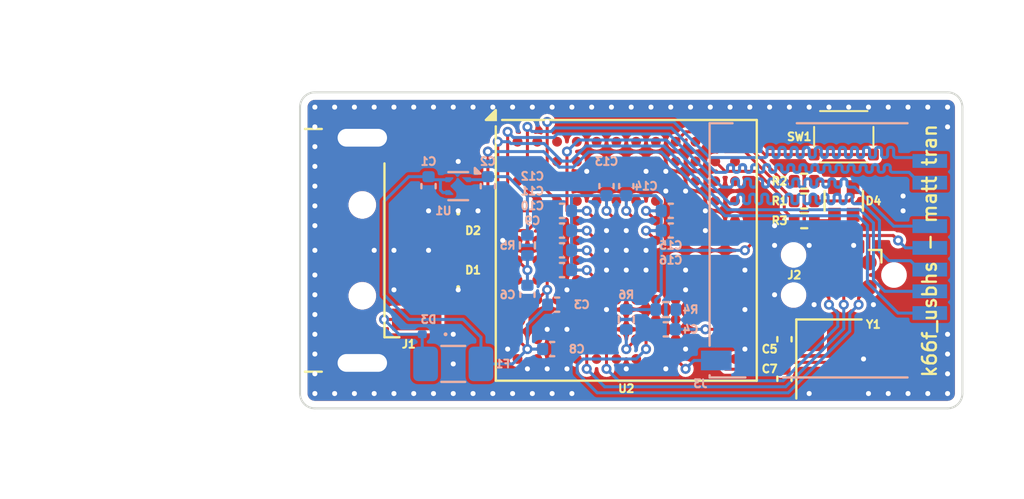
<source format=kicad_pcb>
(kicad_pcb (version 20240108) (generator "pcbnew") (generator_version "8.0")
  (layers (0 "F.Cu" signal) (31 "B.Cu" signal) (34 "B.Paste" user) (35 "F.Paste" user) (36 "B.SilkS" user "B.Silkscreen") (37 "F.SilkS" user "F.Silkscreen") (38 "B.Mask" user) (39 "F.Mask" user) (44 "Edge.Cuts" user))
  (net 0 "")
  (net 1 "GND")
  (net 2 "+5V")
  (net 3 "+3V3")
  (net 4 "/nrst")
  (net 5 "Net-(U2-PTA18)")
  (net 6 "Net-(U2-VREG_OUT)")
  (net 7 "Net-(U2-PTA19)")
  (net 8 "/usb_d-")
  (net 9 "/usb_d+")
  (net 10 "Net-(D3-A2)")
  (net 11 "Net-(D4-RK)")
  (net 12 "Net-(D4-GK)")
  (net 13 "Net-(D4-BK)")
  (net 14 "/swclk")
  (net 15 "/swo")
  (net 16 "/swdio")
  (net 17 "/sd_det")
  (net 18 "/sd_dat0")
  (net 19 "/sd_dat1")
  (net 20 "/sd_cmd")
  (net 21 "/sd_clk")
  (net 22 "/sd_dat3")
  (net 23 "/sd_dat2")
  (net 24 "/led_b")
  (net 25 "/led_g")
  (net 26 "/led_r")
  (net 27 "/~{ezp_cs}")
  (net 28 "/btn1")
  (footprint "Resistor_SMD:R_0402_1005Metric" (layer "F.Cu") (at 159 98.5)
    (property "Reference" "R3")
    (property "Value" "220")
  )
  (footprint "Crystal:Crystal_SMD_3225-4Pin_3.2x2.5mm" (layer "F.Cu") (at 160.25 105.5 -90)
    (property "Reference" "Y1")
    (property "Value" "12MHz")
  )
  (footprint "extraparts:SW_SPST_EVPAF" (layer "F.Cu") (at 161 94.25 180)
    (property "Reference" "SW1")
    (property "Value" "btn")
  )
  (footprint "Diode_SMD:D_0201_0603Metric" (layer "F.Cu") (at 141.5 101 90)
    (property "Reference" "D1")
    (property "Value" "ESD231")
  )
  (footprint "Resistor_SMD:R_0402_1005Metric" (layer "F.Cu") (at 159 97.5)
    (property "Reference" "R1")
    (property "Value" "220")
  )
  (footprint "Resistor_SMD:R_Array_Convex_2x0606" (layer "F.Cu") (at 161 97.5 90)
    (property "Reference" "D4")
    (property "Value" "rgb")
  )
  (footprint "Capacitor_SMD:C_0402_1005Metric" (layer "F.Cu") (at 158 106.5 -90)
    (property "Reference" "C7")
    (property "Value" "20p")
  )
  (footprint "Connector_USB:USB_A_CNCTech_1001-011-01101_Horizontal" (layer "F.Cu") (at 129.75 100 180)
    (property "Reference" "J1")
    (property "Value" "USB_A")
  )
  (footprint "Package_BGA:BGA-144_13.0x13.0mm_Layout12x12_P1.0mm" (layer "F.Cu") (at 150 100)
    (property "Reference" "U2")
    (property "Value" "MK66FN2M0VMD18")
  )
  (footprint "Diode_SMD:D_0201_0603Metric" (layer "F.Cu") (at 141.5 99 -90)
    (property "Reference" "D2")
    (property "Value" "ESD231")
  )
  (footprint "Connector:Tag-Connect_TC2030-IDC-NL_2x03_P1.27mm_Vertical" (layer "F.Cu") (at 161 101.25 180)
    (property "Reference" "J2")
    (property "Value" "SWD/UART")
  )
  (footprint "Resistor_SMD:R_0402_1005Metric" (layer "F.Cu") (at 159 96.5)
    (property "Reference" "R2")
    (property "Value" "220")
  )
  (footprint "Capacitor_SMD:C_0402_1005Metric" (layer "F.Cu") (at 158 104.5 90)
    (property "Reference" "C5")
    (property "Value" "20p")
  )
  (footprint "Capacitor_SMD:C_0402_1005Metric" (layer "B.Cu") (at 145 102.25 -90)
    (property "Reference" "C6")
    (property "Value" "4u7")
  )
  (footprint "Resistor_SMD:R_0402_1005Metric" (layer "B.Cu") (at 152 103)
    (property "Reference" "R4")
    (property "Value" "10k")
  )
  (footprint "Capacitor_SMD:C_0402_1005Metric" (layer "B.Cu") (at 140 96.75 -90)
    (property "Reference" "C1")
    (property "Value" "1u")
  )
  (footprint "Resistor_SMD:R_0402_1005Metric" (layer "B.Cu") (at 145 99.75 -90)
    (property "Reference" "R5")
    (property "Value" "0")
  )
  (footprint "Resistor_SMD:R_0402_1005Metric" (layer "B.Cu") (at 150 103.5 -90)
    (property "Reference" "R6")
    (property "Value" "10k")
  )
  (footprint "Capacitor_SMD:C_0402_1005Metric" (layer "B.Cu") (at 146.5 102.75)
    (property "Reference" "C3")
    (property "Value" "4u7")
  )
  (footprint "Capacitor_SMD:C_0402_1005Metric" (layer "B.Cu") (at 146.75 99 180)
    (property "Reference" "C11")
    (property "Value" "100n")
  )
  (footprint "Capacitor_SMD:C_0402_1005Metric" (layer "B.Cu") (at 152.25 98)
    (property "Reference" "C15")
    (property "Value" "100n")
  )
  (footprint "Connector_Card:microSD_HC_Hirose_DM3D-SF" (layer "B.Cu") (at 160 100 -90)
    (property "Reference" "J3")
    (property "Value" "Micro_SD_Card_Det_Hirose_DM3AT")
  )
  (footprint "Capacitor_SMD:C_0402_1005Metric" (layer "B.Cu") (at 152 104 180)
    (property "Reference" "C4")
    (property "Value" "100n")
  )
  (footprint "Diode_SMD:D_0201_0603Metric" (layer "B.Cu") (at 140 104.25 180)
    (property "Reference" "D3")
    (property "Value" "ESD231")
  )
  (footprint "Capacitor_SMD:C_0402_1005Metric" (layer "B.Cu") (at 146.75 100 180)
    (property "Reference" "C10")
    (property "Value" "100n")
  )
  (footprint "Capacitor_SMD:C_0402_1005Metric" (layer "B.Cu") (at 146.75 101 180)
    (property "Reference" "C9")
    (property "Value" "100n")
  )
  (footprint "Capacitor_SMD:C_0402_1005Metric" (layer "B.Cu") (at 150 96.75 90)
    (property "Reference" "C14")
    (property "Value" "100n")
  )
  (footprint "Capacitor_SMD:C_0402_1005Metric" (layer "B.Cu") (at 146.25 105)
    (property "Reference" "C8")
    (property "Value" "100n")
  )
  (footprint "Capacitor_SMD:C_0402_1005Metric" (layer "B.Cu") (at 152.25 99)
    (property "Reference" "C16")
    (property "Value" "100n")
  )
  (footprint "Package_DFN_QFN:UDFN-4-1EP_1x1mm_P0.65mm_EP0.48x0.48mm" (layer "B.Cu") (at 141.5 96.75 180)
    (property "Reference" "U1")
    (property "Value" "LD39020ATPU33R")
  )
  (footprint "Capacitor_SMD:C_0402_1005Metric" (layer "B.Cu") (at 146.75 98 180)
    (property "Reference" "C12")
    (property "Value" "100n")
  )
  (footprint "Capacitor_SMD:C_0402_1005Metric" (layer "B.Cu") (at 149 96.75 90)
    (property "Reference" "C13")
    (property "Value" "100n")
  )
  (footprint "Capacitor_SMD:C_0402_1005Metric" (layer "B.Cu") (at 143 96.75 -90)
    (property "Reference" "C2")
    (property "Value" "1u")
  )
  (footprint "Fuse:Fuse_1206_3216Metric" (layer "B.Cu") (at 141.25 105.75)
    (property "Reference" "F1")
    (property "Value" "500mA")
  )
  (gr_arc (start 167 107.25) (mid 166.78033 107.78033) (end 166.25 108) (stroke (width 0.1)) (layer "Edge.Cuts"))
  (gr_arc (start 134.25 108) (mid 133.71967 107.78033) (end 133.5 107.25) (stroke (width 0.1)) (layer "Edge.Cuts"))
  (gr_arc (start 166.25 92) (mid 166.78033 92.21967) (end 167 92.75) (stroke (width 0.1)) (layer "Edge.Cuts"))
  (gr_arc (start 133.5 92.75) (mid 133.71967 92.21967) (end 134.25 92) (stroke (width 0.1)) (layer "Edge.Cuts"))
  (gr_line (start 133.5 107.25) (end 133.5 92.75) (stroke (width 0.1)) (layer "Edge.Cuts"))
  (gr_line (start 167 92.75) (end 167 107.25) (stroke (width 0.1)) (layer "Edge.Cuts"))
  (gr_line (start 166.25 108) (end 134.25 108) (stroke (width 0.1)) (layer "Edge.Cuts"))
  (gr_line (start 134.25 92) (end 166.25 92) (stroke (width 0.1)) (layer "Edge.Cuts"))
  (gr_text "k66f_usbhs - matt tran" (at 165.75 106.5 90) (layer "F.SilkS") (effects (font (size 0.7 0.7) (thickness 0.12) (bold yes)) (justify left bottom)))
  (via (at 155.25 92.75) (size 0.508) (drill 0.254) (layers "F.Cu" "B.Cu") (net 1))
  (via (at 138.25 102) (size 0.508) (drill 0.254) (layers "F.Cu" "B.Cu") (net 1))
  (via (at 148 96) (size 0.508) (drill 0.254) (layers "F.Cu" "B.Cu") (net 1))
  (via (at 164 98) (size 0.508) (drill 0.254) (layers "F.Cu" "B.Cu") (net 1))
  (via (at 134.25 94.75) (size 0.508) (drill 0.254) (layers "F.Cu" "B.Cu") (net 1))
  (via (at 146 104) (size 0.508) (drill 0.254) (layers "F.Cu" "B.Cu") (net 1))
  (via (at 159.25 92.75) (size 0.508) (drill 0.254) (layers "F.Cu" "B.Cu") (net 1))
  (via (at 146.25 107.25) (size 0.508) (drill 0.254) (layers "F.Cu" "B.Cu") (net 1))
  (via (at 160.25 92.75) (size 0.508) (drill 0.254) (layers "F.Cu" "B.Cu") (net 1))
  (via (at 134.25 105.25) (size 0.508) (drill 0.254) (layers "F.Cu" "B.Cu") (net 1))
  (via (at 153 97) (size 0.508) (drill 0.254) (layers "F.Cu" "B.Cu") (net 1))
  (via (at 166.25 106.25) (size 0.508) (drill 0.254) (layers "F.Cu" "B.Cu") (net 1))
  (via (at 137.25 92.75) (size 0.508) (drill 0.254) (layers "F.Cu" "B.Cu") (net 1))
  (via (at 134.25 101.25) (size 0.508) (drill 0.254) (layers "F.Cu" "B.Cu") (net 1))
  (via (at 164.25 107.25) (size 0.508) (drill 0.254) (layers "F.Cu" "B.Cu") (net 1))
  (via (at 162.5 102.75) (size 0.508) (drill 0.254) (layers "F.Cu" "B.Cu") (net 1))
  (via (at 134.25 104.25) (size 0.508) (drill 0.254) (layers "F.Cu" "B.Cu") (net 1))
  (via (at 149 100) (size 0.508) (drill 0.254) (layers "F.Cu" "B.Cu") (net 1))
  (via (at 135.25 107.25) (size 0.508) (drill 0.254) (layers "F.Cu" "B.Cu") (net 1))
  (via (at 144.25 107.25) (size 0.508) (drill 0.254) (layers "F.Cu" "B.Cu") (net 1))
  (via (at 138.25 100) (size 0.508) (drill 0.254) (layers "F.Cu" "B.Cu") (net 1))
  (via (at 140 98) (size 0.508) (drill 0.254) (layers "F.Cu" "B.Cu") (net 1))
  (via (at 154 99) (size 0.508) (drill 0.254) (layers "F.Cu" "B.Cu") (net 1))
  (via (at 149 99) (size 0.508) (drill 0.254) (layers "F.Cu" "B.Cu") (net 1))
  (via (at 141.25 92.75) (size 0.508) (drill 0.254) (layers "F.Cu" "B.Cu") (net 1))
  (via (at 136.25 107.25) (size 0.508) (drill 0.254) (layers "F.Cu" "B.Cu") (net 1))
  (via (at 138.25 92.75) (size 0.508) (drill 0.254) (layers "F.Cu" "B.Cu") (net 1))
  (via (at 135.25 92.75) (size 0.508) (drill 0.254) (layers "F.Cu" "B.Cu") (net 1))
  (via (at 152 97) (size 0.508) (drill 0.254) (layers "F.Cu" "B.Cu") (net 1))
  (via (at 142.25 107.25) (size 0.508) (drill 0.254) (layers "F.Cu" "B.Cu") (net 1))
  (via (at 144 105) (size 0.508) (drill 0.254) (layers "F.Cu" "B.Cu") (net 1))
  (via (at 152.25 92.75) (size 0.508) (drill 0.254) (layers "F.Cu" "B.Cu") (net 1))
  (via (at 140.25 92.75) (size 0.508) (drill 0.254) (layers "F.Cu" "B.Cu") (net 1))
  (via (at 153 102) (size 0.508) (drill 0.254) (layers "F.Cu" "B.Cu") (net 1))
  (via (at 149 103) (size 0.508) (drill 0.254) (layers "F.Cu" "B.Cu") (net 1))
  (via (at 147.25 92.75) (size 0.508) (drill 0.254) (layers "F.Cu" "B.Cu") (net 1))
  (via (at 145.25 107.25) (size 0.508) (drill 0.254) (layers "F.Cu" "B.Cu") (net 1))
  (via (at 134.25 98.75) (size 0.508) (drill 0.254) (layers "F.Cu" "B.Cu") (net 1))
  (via (at 140 100) (size 0.508) (drill 0.254) (layers "F.Cu" "B.Cu") (net 1))
  (via (at 151.25 92.75) (size 0.508) (drill 0.254) (layers "F.Cu" "B.Cu") (net 1))
  (via (at 157.5 98.75) (size 0.508) (drill 0.254) (layers "F.Cu" "B.Cu") (net 1))
  (via (at 138.25 107.25) (size 0.508) (drill 0.254) (layers "F.Cu" "B.Cu") (net 1))
  (via (at 134.25 100) (size 0.508) (drill 0.254) (layers "F.Cu" "B.Cu") (net 1))
  (via (at 159.5 102.75) (size 0.508) (drill 0.254) (layers "F.Cu" "B.Cu") (net 1))
  (via (at 141.5 98) (size 0.508) (drill 0.254) (layers "F.Cu" "B.Cu") (net 1))
  (via (at 149.25 92.75) (size 0.508) (drill 0.254) (layers "F.Cu" "B.Cu") (net 1))
  (via (at 147.25 107.25) (size 0.508) (drill 0.254) (layers "F.Cu" "B.Cu") (net 1))
  (via (at 146.25 92.75) (size 0.508) (drill 0.254) (layers "F.Cu" "B.Cu") (net 1))
  (via (at 143.75 99.5) (size 0.508) (drill 0.254) (layers "F.Cu" "B.Cu") (net 1))
  (via (at 162.25 107.25) (size 0.508) (drill 0.254) (layers "F.Cu" "B.Cu") (net 1))
  (via (at 136.25 92.75) (size 0.508) (drill 0.254) (layers "F.Cu" "B.Cu") (net 1))
  (via (at 151 100) (size 0.508) (drill 0.254) (layers "F.Cu" "B.Cu") (net 1))
  (via (at 148.25 92.75) (size 0.508) (drill 0.254) (layers "F.Cu" "B.Cu") (net 1))
  (via (at 134.25 102.25) (size 0.508) (drill 0.254) (layers "F.Cu" "B.Cu") (net 1))
  (via (at 147 102) (size 0.508) (drill 0.254) (layers "F.Cu" "B.Cu") (net 1))
  (via (at 134.25 95.75) (size 0.508) (drill 0.254) (layers "F.Cu" "B.Cu") (net 1))
  (via (at 144.25 92.75) (size 0.508) (drill 0.254) (layers "F.Cu" "B.Cu") (net 1))
  (via (at 157.25 92.75) (size 0.508) (drill 0.254) (layers "F.Cu" "B.Cu") (net 1))
  (via (at 150 99) (size 0.508) (drill 0.254) (layers "F.Cu" "B.Cu") (net 1))
  (via (at 162.25 92.75) (size 0.508) (drill 0.254) (layers "F.Cu" "B.Cu") (net 1))
  (via (at 134.25 97.75) (size 0.508) (drill 0.254) (layers "F.Cu" "B.Cu") (net 1))
  (via (at 151 101) (size 0.508) (drill 0.254) (layers "F.Cu" "B.Cu") (net 1))
  (via (at 153 101) (size 0.508) (drill 0.254) (layers "F.Cu" "B.Cu") (net 1))
  (via (at 134.25 93.75) (size 0.508) (drill 0.254) (layers "F.Cu" "B.Cu") (net 1))
  (via (at 134.25 103.25) (size 0.508) (drill 0.254) (layers "F.Cu" "B.Cu") (net 1))
  (via (at 162 105.5) (size 0.508) (drill 0.254) (layers "F.Cu" "B.Cu") (net 1))
  (via (at 163.25 107.25) (size 0.508) (drill 0.254) (layers "F.Cu" "B.Cu") (net 1))
  (via (at 156 103) (size 0.508) (drill 0.254) (layers "F.Cu" "B.Cu") (net 1))
  (via (at 145.25 92.75) (size 0.508) (drill 0.254) (layers "F.Cu" "B.Cu") (net 1))
  (via (at 139.25 107.25) (size 0.508) (drill 0.254) (layers "F.Cu" "B.Cu") (net 1))
  (via (at 146 106) (size 0.508) (drill 0.254) (layers "F.Cu" "B.Cu") (net 1))
  (via (at 152 106) (size 0.508) (drill 0.254) (layers "F.Cu" "B.Cu") (net 1))
  (via (at 154 98) (size 0.508) (drill 0.254) (layers "F.Cu" "B.Cu") (net 1))
  (via (at 147 104) (size 0.508) (drill 0.254) (layers "F.Cu" "B.Cu") (net 1))
  (via (at 158.25 92.75) (size 0.508) (drill 0.254) (layers "F.Cu" "B.Cu") (net 1))
  (via (at 139.25 92.75) (size 0.508) (drill 0.254) (layers "F.Cu" "B.Cu") (net 1))
  (via (at 141.25 104.25) (size 0.508) (drill 0.254) (layers "F.Cu" "B.Cu") (net 1))
  (via (at 150 101) (size 0.508) (drill 0.254) (layers "F.Cu" "B.Cu") (net 1))
  (via (at 147 106) (size 0.508) (drill 0.254) (layers "F.Cu" "B.Cu") (net 1))
  (via (at 166.25 92.75) (size 0.508) (drill 0.254) (layers "F.Cu" "B.Cu") (net 1))
  (via (at 165.25 92.75) (size 0.508) (drill 0.254) (layers "F.Cu" "B.Cu") (net 1))
  (via (at 149 101) (size 0.508) (drill 0.254) (layers "F.Cu" "B.Cu") (net 1))
  (via (at 134.25 96.75) (size 0.508) (drill 0.254) (layers "F.Cu" "B.Cu") (net 1))
  (via (at 134.25 92.75) (size 0.508) (drill 0.254) (layers "F.Cu" "B.Cu") (net 1))
  (via (at 145 106) (size 0.508) (drill 0.254) (layers "F.Cu" "B.Cu") (net 1))
  (via (at 166.25 105.25) (size 0.508) (drill 0.254) (layers "F.Cu" "B.Cu") (net 1))
  (via (at 143.25 107.25) (size 0.508) (drill 0.254) (layers "F.Cu" "B.Cu") (net 1))
  (via (at 157.5 102.25) (size 0.508) (drill 0.254) (layers "F.Cu" "B.Cu") (net 1))
  (via (at 159.25 99.75) (size 0.508) (drill 0.254) (layers "F.Cu" "B.Cu") (net 1))
  (via (at 134.25 107.25) (size 0.508) (drill 0.254) (layers "F.Cu" "B.Cu") (net 1))
  (via (at 150 106) (size 0.508) (drill 0.254) (layers "F.Cu" "B.Cu") (net 1))
  (via (at 159.25 107.25) (size 0.508) (drill 0.254) (layers "F.Cu" "B.Cu") (net 1))
  (via (at 166.25 104.25) (size 0.508) (drill 0.254) (layers "F.Cu" "B.Cu") (net 1))
  (via (at 143.25 92.75) (size 0.508) (drill 0.254) (layers "F.Cu" "B.Cu") (net 1))
  (via (at 141.5 102) (size 0.508) (drill 0.254) (layers "F.Cu" "B.Cu") (net 1))
  (via (at 161.25 92.75) (size 0.508) (drill 0.254) (layers "F.Cu" "B.Cu") (net 1))
  (via (at 150.25 92.75) (size 0.508) (drill 0.254) (layers "F.Cu" "B.Cu") (net 1))
  (via (at 156 101) (size 0.508) (drill 0.254) (layers "F.Cu" "B.Cu") (net 1))
  (via (at 152 96) (size 0.508) (drill 0.254) (layers "F.Cu" "B.Cu") (net 1))
  (via (at 142.5 98) (size 0.508) (drill 0.254) (layers "F.Cu" "B.Cu") (net 1))
  (via (at 134.25 106.25) (size 0.508) (drill 0.254) (layers "F.Cu" "B.Cu") (net 1))
  (via (at 165.25 107.25) (size 0.508) (drill 0.254) (layers "F.Cu" "B.Cu") (net 1))
  (via (at 161.5 99.75) (size 0.508) (drill 0.254) (layers "F.Cu" "B.Cu") (net 1))
  (via (at 141.5 95.5) (size 0.508) (drill 0.254) (layers "F.Cu" "B.Cu") (net 1))
  (via (at 150 100) (size 0.508) (drill 0.254) (layers "F.Cu" "B.Cu") (net 1))
  (via (at 166.25 93.75) (size 0.508) (drill 0.254) (layers "F.Cu" "B.Cu") (net 1))
  (via (at 154.25 92.75) (size 0.508) (drill 0.254) (layers "F.Cu" "B.Cu") (net 1))
  (via (at 156.25 92.75) (size 0.508) (drill 0.254) (layers "F.Cu" "B.Cu") (net 1))
  (via (at 166.25 107.25) (size 0.508) (drill 0.254) (layers "F.Cu" "B.Cu") (net 1))
  (via (at 153.25 92.75) (size 0.508) (drill 0.254) (layers "F.Cu" "B.Cu") (net 1))
  (via (at 156 105) (size 0.508) (drill 0.254) (layers "F.Cu" "B.Cu") (net 1))
  (via (at 163.25 92.75) (size 0.508) (drill 0.254) (layers "F.Cu" "B.Cu") (net 1))
  (via (at 142.25 92.75) (size 0.508) (drill 0.254) (layers "F.Cu" "B.Cu") (net 1))
  (via (at 140.25 107.25) (size 0.508) (drill 0.254) (layers "F.Cu" "B.Cu") (net 1))
  (via (at 141.25 105.75) (size 0.508) (drill 0.254) (layers "F.Cu" "B.Cu") (net 1))
  (via (at 137.25 107.25) (size 0.508) (drill 0.254) (layers "F.Cu" "B.Cu") (net 1))
  (via (at 137.25 100) (size 0.508) (drill 0.254) (layers "F.Cu" "B.Cu") (net 1))
  (via (at 141.25 107.25) (size 0.508) (drill 0.254) (layers "F.Cu" "B.Cu") (net 1))
  (via (at 153 105) (size 0.508) (drill 0.254) (layers "F.Cu" "B.Cu") (net 1))
  (via (at 164 97.25) (size 0.508) (drill 0.254) (layers "F.Cu" "B.Cu") (net 1))
  (via (at 164.25 92.75) (size 0.508) (drill 0.254) (layers "F.Cu" "B.Cu") (net 1))
  (via (at 151 96) (size 0.508) (drill 0.254) (layers "F.Cu" "B.Cu") (net 1))
  (via (at 157.5 99.75) (size 0.508) (drill 0.254) (layers "F.Cu" "B.Cu") (net 1))
  (segment (start 145.5 102.5) (end 146 102) (width 0.1524) (layer "F.Cu") (net 2))
  (segment (start 146 102) (end 146 101) (width 0.1524) (layer "F.Cu") (net 2))
  (segment (start 144.5 104.5) (end 145 105) (width 0.1524) (layer "F.Cu") (net 2))
  (segment (start 146 101) (end 145.5 100.5) (width 0.1524) (layer "F.Cu") (net 2))
  (via (at 145 105) (size 0.508) (drill 0.254) (layers "F.Cu" "B.Cu") (net 2))
  (via (at 146 102) (size 0.508) (drill 0.254) (layers "F.Cu" "B.Cu") (net 2))
  (segment (start 139 103.5) (end 141.75 103.5) (width 0.1524) (layer "B.Cu") (net 2))
  (segment (start 137.75 102.25) (end 139 103.5) (width 0.1524) (layer "B.Cu") (net 2))
  (segment (start 142.65 105.75) (end 144.25 105.75) (width 0.1524) (layer "B.Cu") (net 2))
  (segment (start 146 102.73) (end 146.02 102.75) (width 0.1524) (layer "B.Cu") (net 2))
  (segment (start 145.77 105) (end 145 105) (width 0.1524) (layer "B.Cu") (net 2))
  (segment (start 146 102) (end 146 102.73) (width 0.1524) (layer "B.Cu") (net 2))
  (segment (start 137.75 97.52) (end 137.75 102.25) (width 0.1524) (layer "B.Cu") (net 2))
  (segment (start 140.96 97.075) (end 140.725 97.075) (width 0.1524) (layer "B.Cu") (net 2))
  (segment (start 140 96.27) (end 139 96.27) (width 0.1524) (layer "B.Cu") (net 2))
  (segment (start 140.725 97.075) (end 140.6 96.95) (width 0.1524) (layer "B.Cu") (net 2))
  (segment (start 140.96 96.425) (end 140.5 96.425) (width 0.1524) (layer "B.Cu") (net 2))
  (segment (start 140.6 96.95) (end 140.6 96.425) (width 0.1524) (layer "B.Cu") (net 2))
  (segment (start 142.65 104.4) (end 142.65 105.75) (width 0.1524) (layer "B.Cu") (net 2))
  (segment (start 145 103.77) (end 146.02 102.75) (width 0.1524) (layer "B.Cu") (net 2))
  (segment (start 141.75 103.5) (end 142.65 104.4) (width 0.1524) (layer "B.Cu") (net 2))
  (segment (start 140.155 96.425) (end 140 96.27) (width 0.1524) (layer "B.Cu") (net 2))
  (segment (start 140.5 96.425) (end 140.155 96.425) (width 0.1524) (layer "B.Cu") (net 2))
  (segment (start 139 96.27) (end 137.75 97.52) (width 0.1524) (layer "B.Cu") (net 2))
  (segment (start 144.25 105.75) (end 145 105) (width 0.1524) (layer "B.Cu") (net 2))
  (segment (start 145 105) (end 145 103.77) (width 0.1524) (layer "B.Cu") (net 2))
  (segment (start 148.5 99.5) (end 148 99) (width 0.1524) (layer "F.Cu") (net 3))
  (segment (start 148.5 101.5) (end 148 101) (width 0.1524) (layer "F.Cu") (net 3))
  (segment (start 163.5 99.25) (end 163.75 99.5) (width 0.1524) (layer "F.Cu") (net 3))
  (segment (start 149.5 98.5) (end 149 98) (width 0.1524) (layer "F.Cu") (net 3))
  (segment (start 161.47 98.2) (end 161.47 99.22) (width 0.1524) (layer "F.Cu") (net 3))
  (segment (start 161.47 99.22) (end 161.5 99.25) (width 0.1524) (layer "F.Cu") (net 3))
  (segment (start 156.75 99.25) (end 161.5 99.25) (width 0.1524) (layer "F.Cu") (net 3))
  (segment (start 156 100) (end 156.75 99.25) (width 0.1524) (layer "F.Cu") (net 3))
  (segment (start 151.5 98.5) (end 151 98) (width 0.1524) (layer "F.Cu") (net 3))
  (segment (start 148.5 100.5) (end 148 100) (width 0.1524) (layer "F.Cu") (net 3))
  (segment (start 151.5 99.5) (end 151 99) (width 0.1524) (layer "F.Cu") (net 3))
  (segment (start 148.5 98.5) (end 148 98) (width 0.1524) (layer "F.Cu") (net 3))
  (segment (start 162.27 100.615) (end 162.27 99.25) (width 0.1524) (layer "F.Cu") (net 3))
  (segment (start 161.5 99.25) (end 162.27 99.25) (width 0.1524) (layer "F.Cu") (net 3))
  (segment (start 162.27 99.25) (end 163.5 99.25) (width 0.1524) (layer "F.Cu") (net 3))
  (segment (start 150.5 98.5) (end 150 98) (width 0.1524) (layer "F.Cu") (net 3))
  (via (at 163.75 99.5) (size 0.508) (drill 0.254) (layers "F.Cu" "B.Cu") (net 3))
  (via (at 151 99) (size 0.508) (drill 0.254) (layers "F.Cu" "B.Cu") (net 3))
  (via (at 148 100) (size 0.508) (drill 0.254) (layers "F.Cu" "B.Cu") (net 3))
  (via (at 156 100) (size 0.508) (drill 0.254) (layers "F.Cu" "B.Cu") (net 3))
  (via (at 150 98) (size 0.508) (drill 0.254) (layers "F.Cu" "B.Cu") (net 3))
  (via (at 148 98) (size 0.508) (drill 0.254) (layers "F.Cu" "B.Cu") (net 3))
  (via (at 148 99) (size 0.508) (drill 0.254) (layers "F.Cu" "B.Cu") (net 3))
  (via (at 148 101) (size 0.508) (drill 0.254) (layers "F.Cu" "B.Cu") (net 3))
  (via (at 151 98) (size 0.508) (drill 0.254) (layers "F.Cu" "B.Cu") (net 3))
  (via (at 149 98) (size 0.508) (drill 0.254) (layers "F.Cu" "B.Cu") (net 3))
  (segment (start 142.04 96.425) (end 142.845 96.425) (width 0.1524) (layer "B.Cu") (net 3))
  (segment (start 148 100) (end 147.23 100) (width 0.1524) (layer "B.Cu") (net 3))
  (segment (start 164.125 99.875) (end 163.75 99.5) (width 0.1524) (layer "B.Cu") (net 3))
  (segment (start 151.49 103) (end 150.01 103) (width 0.1524) (layer "B.Cu") (net 3))
  (segment (start 148 101) (end 147.23 101) (width 0.1524) (layer "B.Cu") (net 3))
  (segment (start 149 97.23) (end 147.25 97.23) (width 0.1524) (layer "B.Cu") (net 3))
  (segment (start 151.77 100) (end 156 100) (width 0.1524) (layer "B.Cu") (net 3))
  (segment (start 151.77 98) (end 151 98) (width 0.1524) (layer "B.Cu") (net 3))
  (segment (start 148 98) (end 147.23 98) (width 0.1524) (layer "B.Cu") (net 3))
  (segment (start 151.77 99) (end 151.77 98) (width 0.1524) (layer "B.Cu") (net 3))
  (segment (start 150 97.23) (end 149 97.23) (width 0.1524) (layer "B.Cu") (net 3))
  (segment (start 165.35 99.875) (end 164.125 99.875) (width 0.1524) (layer "B.Cu") (net 3))
  (segment (start 150 97.23) (end 151.49 97.23) (width 0.1524) (layer "B.Cu") (net 3))
  (segment (start 145 97.25) (end 145 99.24) (width 0.1524) (layer "B.Cu") (net 3))
  (segment (start 151.77 100) (end 151.77 102.23) (width 0.1524) (layer "B.Cu") (net 3))
  (segment (start 144.98 97.23) (end 145 97.25) (width 0.1524) (layer "B.Cu") (net 3))
  (segment (start 151.49 97.23) (end 151.77 97.51) (width 0.1524) (layer "B.Cu") (net 3))
  (segment (start 147.23 98) (end 147.23 97.25) (width 0.1524) (layer "B.Cu") (net 3))
  (segment (start 151.77 99) (end 151.77 100) (width 0.1524) (layer "B.Cu") (net 3))
  (segment (start 147.23 101) (end 147.23 98) (width 0.1524) (layer "B.Cu") (net 3))
  (segment (start 148 99) (end 147.23 99) (width 0.1524) (layer "B.Cu") (net 3))
  (segment (start 142.845 96.425) (end 143 96.27) (width 0.1524) (layer "B.Cu") (net 3))
  (segment (start 151.77 97.51) (end 151.77 98) (width 0.1524) (layer "B.Cu") (net 3))
  (segment (start 144.02 96.27) (end 143 96.27) (width 0.1524) (layer "B.Cu") (net 3))
  (segment (start 151.49 102.51) (end 151.49 103) (width 0.1524) (layer "B.Cu") (net 3))
  (segment (start 150.01 103) (end 150 102.99) (width 0.1524) (layer "B.Cu") (net 3))
  (segment (start 151.77 102.23) (end 151.49 102.51) (width 0.1524) (layer "B.Cu") (net 3))
  (segment (start 150 98) (end 150 97.23) (width 0.1524) (layer "B.Cu") (net 3))
  (segment (start 147.23 97.25) (end 147.25 97.23) (width 0.1524) (layer "B.Cu") (net 3))
  (segment (start 144.98 97.23) (end 144.02 96.27) (width 0.1524) (layer "B.Cu") (net 3))
  (segment (start 147.25 97.23) (end 144.98 97.23) (width 0.1524) (layer "B.Cu") (net 3))
  (segment (start 149 98) (end 149 97.23) (width 0.1524) (layer "B.Cu") (net 3))
  (segment (start 151.77 99) (end 151 99) (width 0.1524) (layer "B.Cu") (net 3))
  (segment (start 156.75 102) (end 156.75 103.25) (width 0.1524) (layer "F.Cu") (net 4))
  (segment (start 155.5 104.5) (end 155.5 104) (width 0.1524) (layer "F.Cu") (net 4))
  (segment (start 156 104) (end 155.5 104) (width 0.1524) (layer "F.Cu") (net 4))
  (segment (start 157.5 101.25) (end 156.75 102) (width 0.1524) (layer "F.Cu") (net 4))
  (segment (start 159.73 100.615) (end 159.095 101.25) (width 0.1524) (layer "F.Cu") (net 4))
  (segment (start 156.75 103.25) (end 156 104) (width 0.1524) (layer "F.Cu") (net 4))
  (segment (start 154 104) (end 155.5 104) (width 0.1524) (layer "F.Cu") (net 4))
  (segment (start 159.095 101.25) (end 157.5 101.25) (width 0.1524) (layer "F.Cu") (net 4))
  (via (at 154 104) (size 0.508) (drill 0.254) (layers "F.Cu" "B.Cu") (net 4))
  (segment (start 152.48 104) (end 154 104) (width 0.1524) (layer "B.Cu") (net 4))
  (segment (start 152.51 103.97) (end 152.48 104) (width 0.1524) (layer "B.Cu") (net 4))
  (segment (start 152.51 103) (end 152.51 103.97) (width 0.1524) (layer "B.Cu") (net 4))
  (segment (start 157.44 105.5) (end 157.96 104.98) (width 0.1524) (layer "F.Cu") (net 5))
  (segment (start 158 104.98) (end 159.4 104.98) (width 0.1524) (layer "F.Cu") (net 5))
  (segment (start 157.96 104.98) (end 158 104.98) (width 0.1524) (layer "F.Cu") (net 5))
  (segment (start 155.5 105.5) (end 157.44 105.5) (width 0.1524) (layer "F.Cu") (net 5))
  (segment (start 159.4 104.98) (end 159.4 104.4) (width 0.1524) (layer "F.Cu") (net 5))
  (segment (start 144.5 100.5) (end 145 101) (width 0.1524) (layer "F.Cu") (net 6))
  (via (at 145 101) (size 0.508) (drill 0.254) (layers "F.Cu" "B.Cu") (net 6))
  (segment (start 145 101) (end 145 100.26) (width 0.1524) (layer "B.Cu") (net 6))
  (segment (start 145 101.77) (end 145 101) (width 0.1524) (layer "B.Cu") (net 6))
  (segment (start 161.1 106.5) (end 161.1 106.6) (width 0.1524) (layer "F.Cu") (net 7))
  (segment (start 154.5 105.5) (end 155.02 106.02) (width 0.1524) (layer "F.Cu") (net 7))
  (segment (start 160.2714 105.6714) (end 161.1 106.5) (width 0.1524) (layer "F.Cu") (net 7))
  (segment (start 158 106.02) (end 158.015 106.02) (width 0.1524) (layer "F.Cu") (net 7))
  (segment (start 158.015 106.02) (end 158.3636 105.6714) (width 0.1524) (layer "F.Cu") (net 7))
  (segment (start 155.02 106.02) (end 158 106.02) (width 0.1524) (layer "F.Cu") (net 7))
  (segment (start 158.3636 105.6714) (end 160.2714 105.6714) (width 0.1524) (layer "F.Cu") (net 7))
  (segment (start 142.5 102.307621) (end 142.5 100.976199) (width 0.8) (layer "F.Cu") (net 8))
  (segment (start 144.5 103.5) (end 143.692379 103.5) (width 0.8) (layer "F.Cu") (net 8))
  (segment (start 140.7738 100.4762) (end 140.25 101) (width 0.8) (layer "F.Cu") (net 8))
  (segment (start 142.000001 100.4762) (end 140.7738 100.4762) (width 0.8) (layer "F.Cu") (net 8))
  (segment (start 142.5 100.976199) (end 142.000001 100.4762) (width 0.8) (layer "F.Cu") (net 8))
  (segment (start 140.25 101) (end 139.4 101) (width 0.8) (layer "F.Cu") (net 8))
  (segment (start 143.692379 103.5) (end 142.5 102.307621) (width 0.8) (layer "F.Cu") (net 8))
  (segment (start 143.4524 101.913125) (end 144.039275 102.5) (width 0.8) (layer "F.Cu") (net 9))
  (segment (start 143.4524 100.581702) (end 143.4524 101.913125) (width 0.8) (layer "F.Cu") (net 9))
  (segment (start 140.25 99) (end 140.7738 99.5238) (width 0.8) (layer "F.Cu") (net 9))
  (segment (start 142.394498 99.5238) (end 143.4524 100.581702) (width 0.8) (layer "F.Cu") (net 9))
  (segment (start 144.039275 102.5) (end 144.5 102.5) (width 0.8) (layer "F.Cu") (net 9))
  (segment (start 140.7738 99.5238) (end 142.394498 99.5238) (width 0.8) (layer "F.Cu") (net 9))
  (segment (start 139.4 99) (end 140.25 99) (width 0.8) (layer "F.Cu") (net 9))
  (segment (start 139.4 103.5) (end 137.75 103.5) (width 0.1524) (layer "F.Cu") (net 10))
  (via (at 137.75 103.5) (size 0.508) (drill 0.254) (layers "F.Cu" "B.Cu") (net 10))
  (segment (start 139.68 104.25) (end 139.68 105.58) (width 0.1524) (layer "B.Cu") (net 10))
  (segment (start 137.75 103.5) (end 138.5 104.25) (width 0.1524) (layer "B.Cu") (net 10))
  (segment (start 139.68 105.58) (end 139.85 105.75) (width 0.1524) (layer "B.Cu") (net 10))
  (segment (start 138.5 104.25) (end 139.68 104.25) (width 0.1524) (layer "B.Cu") (net 10))
  (segment (start 160.23 98.5) (end 159.51 98.5) (width 0.1524) (layer "F.Cu") (net 11))
  (segment (start 160.53 98.2) (end 160.23 98.5) (width 0.1524) (layer "F.Cu") (net 11))
  (segment (start 160.53 96.8) (end 160.23 96.5) (width 0.1524) (layer "F.Cu") (net 12))
  (segment (start 160.23 96.5) (end 159.51 96.5) (width 0.1524) (layer "F.Cu") (net 12))
  (segment (start 159.51 97.5) (end 161.2724 97.5) (width 0.1524) (layer "F.Cu") (net 13))
  (segment (start 161.2724 97.5) (end 161.47 97.3024) (width 0.1524) (layer "F.Cu") (net 13))
  (segment (start 161.47 97.3024) (end 161.47 96.8) (width 0.1524) (layer "F.Cu") (net 13))
  (segment (start 161 101.885) (end 161 102.75) (width 0.1524) (layer "F.Cu") (net 14))
  (segment (start 148.5 102.5) (end 148 103) (width 0.1524) (layer "F.Cu") (net 14))
  (segment (start 148 103) (end 148 106) (width 0.1524) (layer "F.Cu") (net 14))
  (via (at 161 102.75) (size 0.508) (drill 0.254) (layers "F.Cu" "B.Cu") (net 14))
  (via (at 148 106) (size 0.508) (drill 0.254) (layers "F.Cu" "B.Cu") (net 14))
  (segment (start 148 106) (end 148.9084 106.9084) (width 0.1524) (layer "B.Cu") (net 14))
  (segment (start 158.060726 106.9084) (end 161 103.969126) (width 0.1524) (layer "B.Cu") (net 14))
  (segment (start 161 103.969126) (end 161 102.75) (width 0.1524) (layer "B.Cu") (net 14))
  (segment (start 148.9084 106.9084) (end 158.060726 106.9084) (width 0.1524) (layer "B.Cu") (net 14))
  (segment (start 149 104) (end 149 106) (width 0.1524) (layer "F.Cu") (net 15))
  (segment (start 149.5 103.5) (end 149 104) (width 0.1524) (layer "F.Cu") (net 15))
  (segment (start 159.73 101.885) (end 160.25 102.405) (width 0.1524) (layer "F.Cu") (net 15))
  (segment (start 160.25 102.405) (end 160.25 102.75) (width 0.1524) (layer "F.Cu") (net 15))
  (via (at 149 106) (size 0.508) (drill 0.254) (layers "F.Cu" "B.Cu") (net 15))
  (via (at 160.25 102.75) (size 0.508) (drill 0.254) (layers "F.Cu" "B.Cu") (net 15))
  (segment (start 160.6952 103.842874) (end 160.6952 103.1952) (width 0.1524) (layer "B.Cu") (net 15))
  (segment (start 149 106) (end 149.6036 106.6036) (width 0.1524) (layer "B.Cu") (net 15))
  (segment (start 157.934474 106.6036) (end 160.6952 103.842874) (width 0.1524) (layer "B.Cu") (net 15))
  (segment (start 149.6036 106.6036) (end 157.934474 106.6036) (width 0.1524) (layer "B.Cu") (net 15))
  (segment (start 160.6952 103.1952) (end 160.25 102.75) (width 0.1524) (layer "B.Cu") (net 15))
  (segment (start 151 105) (end 151 104) (width 0.1524) (layer "F.Cu") (net 16))
  (segment (start 161.75 102.405) (end 161.75 102.75) (width 0.1524) (layer "F.Cu") (net 16))
  (segment (start 151 104) (end 150.5 103.5) (width 0.1524) (layer "F.Cu") (net 16))
  (segment (start 162.27 101.885) (end 161.75 102.405) (width 0.1524) (layer "F.Cu") (net 16))
  (via (at 151 105) (size 0.508) (drill 0.254) (layers "F.Cu" "B.Cu") (net 16))
  (via (at 161.75 102.75) (size 0.508) (drill 0.254) (layers "F.Cu" "B.Cu") (net 16))
  (segment (start 147.8175 105.5) (end 147.5174 105.8001) (width 0.1524) (layer "B.Cu") (net 16))
  (segment (start 161.3048 103.1952) (end 161.75 102.75) (width 0.1524) (layer "B.Cu") (net 16))
  (segment (start 147.5174 106.1999) (end 148.5307 107.2132) (width 0.1524) (layer "B.Cu") (net 16))
  (segment (start 148.5307 107.2132) (end 158.186978 107.2132) (width 0.1524) (layer "B.Cu") (net 16))
  (segment (start 151 105) (end 150.5 105.5) (width 0.1524) (layer "B.Cu") (net 16))
  (segment (start 161.3048 104.095378) (end 161.3048 103.1952) (width 0.1524) (layer "B.Cu") (net 16))
  (segment (start 147.5174 105.8001) (end 147.5174 106.1999) (width 0.1524) (layer "B.Cu") (net 16))
  (segment (start 158.186978 107.2132) (end 161.3048 104.095378) (width 0.1524) (layer "B.Cu") (net 16))
  (segment (start 150.5 105.5) (end 147.8175 105.5) (width 0.1524) (layer "B.Cu") (net 16))
  (segment (start 152.5 105.5) (end 153 106) (width 0.1524) (layer "F.Cu") (net 17))
  (via (at 153 106) (size 0.508) (drill 0.254) (layers "F.Cu" "B.Cu") (net 17))
  (segment (start 153.425 105.575) (end 153 106) (width 0.1524) (layer "B.Cu") (net 17))
  (segment (start 154.55 105.575) (end 153.425 105.575) (width 0.1524) (layer "B.Cu") (net 17))
  (segment (start 145 97) (end 145.5 97.5) (width 0.1524) (layer "F.Cu") (net 18))
  (segment (start 145 93.75) (end 145 97) (width 0.1524) (layer "F.Cu") (net 18))
  (via (at 145 93.75) (size 0.508) (drill 0.254) (layers "F.Cu" "B.Cu") (net 18))
  (segment (start 164.3 96.05) (end 164.825 96.575) (width 0.1524) (layer "B.Cu") (net 18))
  (segment (start 162.43712 95.92808) (end 162.43712 95.784812) (width 0.1524) (layer "B.Cu") (net 18))
  (segment (start 145 93.75) (end 145.2326 93.9826) (width 0.1524) (layer "B.Cu") (net 18))
  (segment (start 155.42672 95.784827) (end 155.42672 95.92808) (width 0.1524) (layer "B.Cu") (net 18))
  (segment (start 160.73024 95.662892) (end 160.7912 95.662892) (width 0.1524) (layer "B.Cu") (net 18))
  (segment (start 159.99872 95.92808) (end 159.99872 95.784812) (width 0.1524) (layer "B.Cu") (net 18))
  (segment (start 162.25424 96.05) (end 162.3152 96.05) (width 0.1524) (layer "B.Cu") (net 18))
  (segment (start 162.55904 95.662892) (end 162.62 95.662892) (width 0.1524) (layer "B.Cu") (net 18))
  (segment (start 164.825 96.575) (end 165.35 96.575) (width 0.1524) (layer "B.Cu") (net 18))
  (segment (start 156.15824 96.05) (end 156.2192 96.05) (width 0.1524) (layer "B.Cu") (net 18))
  (segment (start 156.76784 96.05) (end 156.8288 96.05) (width 0.1524) (layer "B.Cu") (net 18))
  (segment (start 155.12192 95.92808) (end 155.12192 95.784827) (width 0.1524) (layer "B.Cu") (net 18))
  (segment (start 156.64592 95.784827) (end 156.64592 95.92808) (width 0.1524) (layer "B.Cu") (net 18))
  (segment (start 158.90144 95.662892) (end 158.9624 95.662892) (width 0.1524) (layer "B.Cu") (net 18))
  (segment (start 157.56032 95.92808) (end 157.56032 95.784827) (width 0.1524) (layer "B.Cu") (net 18))
  (segment (start 160.60832 95.92808) (end 160.60832 95.784812) (width 0.1524) (layer "B.Cu") (net 18))
  (segment (start 157.86512 95.784827) (end 157.86512 95.92808) (width 0.1524) (layer "B.Cu") (net 18))
  (segment (start 152.279008 93.8048) (end 154.524208 96.05) (width 0.1524) (layer "B.Cu") (net 18))
  (segment (start 158.77952 95.92808) (end 158.77952 95.784812) (width 0.1524) (layer "B.Cu") (net 18))
  (segment (start 161.21792 95.92808) (end 161.21792 95.784827) (width 0.1524) (layer "B.Cu") (net 18))
  (segment (start 162.86384 96.05) (end 162.9248 96.05) (width 0.1524) (layer "B.Cu") (net 18))
  (segment (start 161.03504 96.05) (end 161.096 96.05) (width 0.1524) (layer "B.Cu") (net 18))
  (segment (start 156.95072 95.92808) (end 156.95072 95.784827) (width 0.1524) (layer "B.Cu") (net 18))
  (segment (start 163.75 96.05) (end 164.3 96.05) (width 0.1524) (layer "B.Cu") (net 18))
  (segment (start 160.42544 96.05) (end 160.4864 96.05) (width 0.1524) (layer "B.Cu") (net 18))
  (segment (start 158.47472 95.784812) (end 158.47472 95.92808) (width 0.1524) (layer "B.Cu") (net 18))
  (segment (start 162.74192 95.784812) (end 162.74192 95.92808) (width 0.1524) (layer "B.Cu") (net 18))
  (segment (start 163.04672 95.92808) (end 163.04672 95.784797) (width 0.1524) (layer "B.Cu") (net 18))
  (segment (start 154.524208 96.05) (end 155 96.05) (width 0.1524) (layer "B.Cu") (net 18))
  (segment (start 155.24384 95.662907) (end 155.3048 95.662907) (width 0.1524) (layer "B.Cu") (net 18))
  (segment (start 162.13232 95.784812) (end 162.13232 95.92808) (width 0.1524) (layer "B.Cu") (net 18))
  (segment (start 156.03632 95.784827) (end 156.03632 95.92808) (width 0.1524) (layer "B.Cu") (net 18))
  (segment (start 163.5344 96.05) (end 163.75 96.05) (width 0.1524) (layer "B.Cu") (net 18))
  (segment (start 163.35152 95.784797) (end 163.35152 95.92808) (width 0.1524) (layer "B.Cu") (net 18))
  (segment (start 160.12064 95.662892) (end 160.1816 95.662892) (width 0.1524) (layer "B.Cu") (net 18))
  (segment (start 161.94944 95.662892) (end 162.0104 95.662892) (width 0.1524) (layer "B.Cu") (net 18))
  (segment (start 159.38912 95.92808) (end 159.38912 95.784812) (width 0.1524) (layer "B.Cu") (net 18))
  (segment (start 146.1999 93.9826) (end 146.3777 93.8048) (width 0.1524) (layer "B.Cu") (net 18))
  (segment (start 158.29184 95.662892) (end 158.3528 95.662892) (width 0.1524) (layer "B.Cu") (net 18))
  (segment (start 155.73152 95.92808) (end 155.73152 95.784827) (width 0.1524) (layer "B.Cu") (net 18))
  (segment (start 159.20624 96.05) (end 159.2672 96.05) (width 0.1524) (layer "B.Cu") (net 18))
  (segment (start 155.85344 95.662907) (end 155.9144 95.662907) (width 0.1524) (layer "B.Cu") (net 18))
  (segment (start 161.64464 96.05) (end 161.7056 96.05) (width 0.1524) (layer "B.Cu") (net 18))
  (segment (start 161.52272 95.784827) (end 161.52272 95.92808) (width 0.1524) (layer "B.Cu") (net 18))
  (segment (start 161.82752 95.92808) (end 161.82752 95.784812) (width 0.1524) (layer "B.Cu") (net 18))
  (segment (start 161.33984 95.662907) (end 161.4008 95.662907) (width 0.1524) (layer "B.Cu") (net 18))
  (segment (start 159.69392 95.784812) (end 159.69392 95.92808) (width 0.1524) (layer "B.Cu") (net 18))
  (segment (start 157.25552 95.784827) (end 157.25552 95.92808) (width 0.1524) (layer "B.Cu") (net 18))
  (segment (start 159.81584 96.05) (end 159.8768 96.05) (width 0.1524) (layer "B.Cu") (net 18))
  (segment (start 156.46304 95.662907) (end 156.524 95.662907) (width 0.1524) (layer "B.Cu") (net 18))
  (segment (start 158.16992 95.92808) (end 158.16992 95.784812) (width 0.1524) (layer "B.Cu") (net 18))
  (segment (start 155.54864 96.05) (end 155.6096 96.05) (width 0.1524) (layer "B.Cu") (net 18))
  (segment (start 157.98704 96.05) (end 158.048 96.05) (width 0.1524) (layer "B.Cu") (net 18))
  (segment (start 159.08432 95.784812) (end 159.08432 95.92808) (width 0.1524) (layer "B.Cu") (net 18))
  (segment (start 146.3777 93.8048) (end 152.279008 93.8048) (width 0.1524) (layer "B.Cu") (net 18))
  (segment (start 157.68224 95.662907) (end 157.7432 95.662907) (width 0.1524) (layer "B.Cu") (net 18))
  (segment (start 145.2326 93.9826) (end 146.1999 93.9826) (width 0.1524) (layer "B.Cu") (net 18))
  (segment (start 156.34112 95.92808) (end 156.34112 95.784827) (width 0.1524) (layer "B.Cu") (net 18))
  (segment (start 158.59664 96.05) (end 158.6576 96.05) (width 0.1524) (layer "B.Cu") (net 18))
  (segment (start 163.16864 95.662877) (end 163.2296 95.662877) (width 0.1524) (layer "B.Cu") (net 18))
  (segment (start 159.51104 95.662892) (end 159.572 95.662892) (width 0.1524) (layer "B.Cu") (net 18))
  (segment (start 160.91312 95.784812) (end 160.91312 95.92808) (width 0.1524) (layer "B.Cu") (net 18))
  (segment (start 157.07264 95.662907) (end 157.1336 95.662907) (width 0.1524) (layer "B.Cu") (net 18))
  (segment (start 157.37744 96.05) (end 157.4384 96.05) (width 0.1524) (layer "B.Cu") (net 18))
  (segment (start 163.47344 96.05) (end 163.5344 96.05) (width 0.1524) (layer "B.Cu") (net 18))
  (segment (start 160.30352 95.784812) (end 160.30352 95.92808) (width 0.1524) (layer "B.Cu") (net 18))
  (arc (start 160.4864 96.05) (mid 160.57261 96.01429) (end 160.60832 95.92808) (width 0.1524) (layer "B.Cu") (net 18))
  (arc (start 159.38912 95.784812) (mid 159.42483 95.698602) (end 159.51104 95.662892) (width 0.1524) (layer "B.Cu") (net 18))
  (arc (start 162.74192 95.92808) (mid 162.77763 96.01429) (end 162.86384 96.05) (width 0.1524) (layer "B.Cu") (net 18))
  (arc (start 157.56032 95.784827) (mid 157.59603 95.698617) (end 157.68224 95.662907) (width 0.1524) (layer "B.Cu") (net 18))
  (arc (start 159.08432 95.92808) (mid 159.12003 96.01429) (end 159.20624 96.05) (width 0.1524) (layer "B.Cu") (net 18))
  (arc (start 160.7912 95.662892) (mid 160.87741 95.698602) (end 160.91312 95.784812) (width 0.1524) (layer "B.Cu") (net 18))
  (arc (start 160.1816 95.662892) (mid 160.26781 95.698602) (end 160.30352 95.784812) (width 0.1524) (layer "B.Cu") (net 18))
  (arc (start 161.096 96.05) (mid 161.18221 96.01429) (end 161.21792 95.92808) (width 0.1524) (layer "B.Cu") (net 18))
  (arc (start 157.4384 96.05) (mid 157.52461 96.01429) (end 157.56032 95.92808) (width 0.1524) (layer "B.Cu") (net 18))
  (arc (start 159.2672 96.05) (mid 159.35341 96.01429) (end 159.38912 95.92808) (width 0.1524) (layer "B.Cu") (net 18))
  (arc (start 158.16992 95.784812) (mid 158.20563 95.698602) (end 158.29184 95.662892) (width 0.1524) (layer "B.Cu") (net 18))
  (arc (start 157.86512 95.92808) (mid 157.90083 96.01429) (end 157.98704 96.05) (width 0.1524) (layer "B.Cu") (net 18))
  (arc (start 156.8288 96.05) (mid 156.91501 96.01429) (end 156.95072 95.92808) (width 0.1524) (layer "B.Cu") (net 18))
  (arc (start 162.0104 95.662892) (mid 162.09661 95.698602) (end 162.13232 95.784812) (width 0.1524) (layer "B.Cu") (net 18))
  (arc (start 156.03632 95.92808) (mid 156.07203 96.01429) (end 156.15824 96.05) (width 0.1524) (layer "B.Cu") (net 18))
  (arc (start 155.73152 95.784827) (mid 155.76723 95.698617) (end 155.85344 95.662907) (width 0.1524) (layer "B.Cu") (net 18))
  (arc (start 159.99872 95.784812) (mid 160.03443 95.698602) (end 160.12064 95.662892) (width 0.1524) (layer "B.Cu") (net 18))
  (arc (start 158.9624 95.662892) (mid 159.04861 95.698602) (end 159.08432 95.784812) (width 0.1524) (layer "B.Cu") (net 18))
  (arc (start 158.47472 95.92808) (mid 158.51043 96.01429) (end 158.59664 96.05) (width 0.1524) (layer "B.Cu") (net 18))
  (arc (start 160.91312 95.92808) (mid 160.94883 96.01429) (end 161.03504 96.05) (width 0.1524) (layer "B.Cu") (net 18))
  (arc (start 156.34112 95.784827) (mid 156.37683 95.698617) (end 156.46304 95.662907) (width 0.1524) (layer "B.Cu") (net 18))
  (arc (start 155.42672 95.92808) (mid 155.46243 96.01429) (end 155.54864 96.05) (width 0.1524) (layer "B.Cu") (net 18))
  (arc (start 156.95072 95.784827) (mid 156.98643 95.698617) (end 157.07264 95.662907) (width 0.1524) (layer "B.Cu") (net 18))
  (arc (start 161.82752 95.784812) (mid 161.86323 95.698602) (end 161.94944 95.662892) (width 0.1524) (layer "B.Cu") (net 18))
  (arc (start 155.9144 95.662907) (mid 156.00061 95.698617) (end 156.03632 95.784827) (width 0.1524) (layer "B.Cu") (net 18))
  (arc (start 155.12192 95.784827) (mid 155.15763 95.698617) (end 155.24384 95.662907) (width 0.1524) (layer "B.Cu") (net 18))
  (arc (start 162.62 95.662892) (mid 162.70621 95.698602) (end 162.74192 95.784812) (width 0.1524) (layer "B.Cu") (net 18))
  (arc (start 159.69392 95.92808) (mid 159.72963 96.01429) (end 159.81584 96.05) (width 0.1524) (layer "B.Cu") (net 18))
  (arc (start 157.1336 95.662907) (mid 157.21981 95.698617) (end 157.25552 95.784827) (width 0.1524) (layer "B.Cu") (net 18))
  (arc (start 163.04672 95.784797) (mid 163.08243 95.698587) (end 163.16864 95.662877) (width 0.1524) (layer "B.Cu") (net 18))
  (arc (start 163.35152 95.92808) (mid 163.38723 96.01429) (end 163.47344 96.05) (width 0.1524) (layer "B.Cu") (net 18))
  (arc (start 162.43712 95.784812) (mid 162.47283 95.698602) (end 162.55904 95.662892) (width 0.1524) (layer "B.Cu") (net 18))
  (arc (start 161.7056 96.05) (mid 161.79181 96.01429) (end 161.82752 95.92808) (width 0.1524) (layer "B.Cu") (net 18))
  (arc (start 161.4008 95.662907) (mid 161.48701 95.698617) (end 161.52272 95.784827) (width 0.1524) (layer "B.Cu") (net 18))
  (arc (start 162.3152 96.05) (mid 162.40141 96.01429) (end 162.43712 95.92808) (width 0.1524) (layer "B.Cu") (net 18))
  (arc (start 156.64592 95.92808) (mid 156.68163 96.01429) (end 156.76784 96.05) (width 0.1524) (layer "B.Cu") (net 18))
  (arc (start 158.3528 95.662892) (mid 158.43901 95.698602) (end 158.47472 95.784812) (width 0.1524) (layer "B.Cu") (net 18))
  (arc (start 162.9248 96.05) (mid 163.01101 96.01429) (end 163.04672 95.92808) (width 0.1524) (layer "B.Cu") (net 18))
  (arc (start 155.6096 96.05) (mid 155.69581 96.01429) (end 155.73152 95.92808) (width 0.1524) (layer "B.Cu") (net 18))
  (arc (start 156.524 95.662907) (mid 156.61021 95.698617) (end 156.64592 95.784827) (width 0.1524) (layer "B.Cu") (net 18))
  (arc (start 155.3048 95.662907) (mid 155.39101 95.698617) (end 155.42672 95.784827) (width 0.1524) (layer "B.Cu") (net 18))
  (arc (start 161.52272 95.92808) (mid 161.55843 96.01429) (end 161.64464 96.05) (width 0.1524) (layer "B.Cu") (net 18))
  (arc (start 158.048 96.05) (mid 158.13421 96.01429) (end 158.16992 95.92808) (width 0.1524) (layer "B.Cu") (net 18))
  (arc (start 158.6576 96.05) (mid 158.74381 96.01429) (end 158.77952 95.92808) (width 0.1524) (layer "B.Cu") (net 18))
  (arc (start 155 96.05) (mid 155.08621 96.01429) (end 155.12192 95.92808) (width 0.1524) (layer "B.Cu") (net 18))
  (arc (start 158.77952 95.784812) (mid 158.81523 95.698602) (end 158.90144 95.662892) (width 0.1524) (layer "B.Cu") (net 18))
  (arc (start 160.30352 95.92808) (mid 160.33923 96.01429) (end 160.42544 96.05) (width 0.1524) (layer "B.Cu") (net 18))
  (arc (start 163.2296 95.662877) (mid 163.31581 95.698587) (end 163.35152 95.784797) (width 0.1524) (layer "B.Cu") (net 18))
  (arc (start 160.60832 95.784812) (mid 160.64403 95.698602) (end 160.73024 95.662892) (width 0.1524) (layer "B.Cu") (net 18))
  (arc (start 157.7432 95.662907) (mid 157.82941 95.698617) (end 157.86512 95.784827) (width 0.1524) (layer "B.Cu") (net 18))
  (arc (start 162.13232 95.92808) (mid 162.16803 96.01429) (end 162.25424 96.05) (width 0.1524) (layer "B.Cu") (net 18))
  (arc (start 156.2192 96.05) (mid 156.30541 96.01429) (end 156.34112 95.92808) (width 0.1524) (layer "B.Cu") (net 18))
  (arc (start 157.25552 95.92808) (mid 157.29123 96.01429) (end 157.37744 96.05) (width 0.1524) (layer "B.Cu") (net 18))
  (arc (start 159.8768 96.05) (mid 159.96301 96.01429) (end 159.99872 95.92808) (width 0.1524) (layer "B.Cu") (net 18))
  (arc (start 159.572 95.662892) (mid 159.65821 95.698602) (end 159.69392 95.784812) (width 0.1524) (layer "B.Cu") (net 18))
  (arc (start 161.21792 95.784827) (mid 161.25363 95.698617) (end 161.33984 95.662907) (width 0.1524) (layer "B.Cu") (net 18))
  (segment (start 146 93.5) (end 146 97) (width 0.1524) (layer "F.Cu") (net 19))
  (segment (start 146 97) (end 146.5 97.5) (width 0.1524) (layer "F.Cu") (net 19))
  (via (at 146 93.5) (size 0.508) (drill 0.254) (layers "F.Cu" "B.Cu") (net 19))
  (segment (start 154.20886 95.3036) (end 157 95.3036) (width 0.1524) (layer "B.Cu") (net 19))
  (segment (start 161.38912 95.18168) (end 161.38912 94.905647) (width 0.1524) (layer "B.Cu") (net 19))
  (segment (start 163.52272 94.90565) (end 163.52272 95.18168) (width 0.1524) (layer "B.Cu") (net 19))
  (segment (start 162.60832 95.18168) (end 162.60832 94.905644) (width 0.1524) (layer "B.Cu") (net 19))
  (segment (start 163.7056 95.3036) (end 163.8 95.3036) (width 0.1524) (layer "B.Cu") (net 19))
  (segment (start 165.1786 95.3036) (end 165.35 95.475) (width 0.1524) (layer "B.Cu") (net 19))
  (segment (start 159.37744 95.3036) (end 159.4384 95.3036) (width 0.1524) (layer "B.Cu") (net 19))
  (segment (start 160.47472 94.905648) (end 160.47472 95.18168) (width 0.1524) (layer "B.Cu") (net 19))
  (segment (start 157.42672 94.90565) (end 157.42672 95.18168) (width 0.1524) (layer "B.Cu") (net 19))
  (segment (start 161.51104 94.783727) (end 161.572 94.783727) (width 0.1524) (layer "B.Cu") (net 19))
  (segment (start 158.15824 95.3036) (end 158.2192 95.3036) (width 0.1524) (layer "B.Cu") (net 19))
  (segment (start 161.20624 95.3036) (end 161.2672 95.3036) (width 0.1524) (layer "B.Cu") (net 19))
  (segment (start 161.81584 95.3036) (end 161.8768 95.3036) (width 0.1524) (layer "B.Cu") (net 19))
  (segment (start 159.56032 95.18168) (end 159.56032 94.905649) (width 0.1524) (layer "B.Cu") (net 19))
  (segment (start 157.85344 94.78373) (end 157.9144 94.78373) (width 0.1524) (layer "B.Cu") (net 19))
  (segment (start 152.40526 93.5) (end 154.20886 95.3036) (width 0.1524) (layer "B.Cu") (net 19))
  (segment (start 160.16992 95.18168) (end 160.16992 94.905648) (width 0.1524) (layer "B.Cu") (net 19))
  (segment (start 161.69392 94.905647) (end 161.69392 95.18168) (width 0.1524) (layer "B.Cu") (net 19))
  (segment (start 159.25552 94.905649) (end 159.25552 95.18168) (width 0.1524) (layer "B.Cu") (net 19))
  (segment (start 163.64464 95.3036) (end 163.7056 95.3036) (width 0.1524) (layer "B.Cu") (net 19))
  (segment (start 162.30352 94.905649) (end 162.30352 95.18168) (width 0.1524) (layer "B.Cu") (net 19))
  (segment (start 158.46304 94.78373) (end 158.524 94.78373) (width 0.1524) (layer "B.Cu") (net 19))
  (segment (start 159.68224 94.783729) (end 159.7432 94.783729) (width 0.1524) (layer "B.Cu") (net 19))
  (segment (start 158.03632 94.90565) (end 158.03632 95.18168) (width 0.1524) (layer "B.Cu") (net 19))
  (segment (start 159.98704 95.3036) (end 160.048 95.3036) (width 0.1524) (layer "B.Cu") (net 19))
  (segment (start 159.86512 94.905649) (end 159.86512 95.18168) (width 0.1524) (layer "B.Cu") (net 19))
  (segment (start 157.12192 95.18168) (end 157.12192 94.90565) (width 0.1524) (layer "B.Cu") (net 19))
  (segment (start 157.73152 95.18168) (end 157.73152 94.90565) (width 0.1524) (layer "B.Cu") (net 19))
  (segment (start 163.8 95.3036) (end 165.1786 95.3036) (width 0.1524) (layer "B.Cu") (net 19))
  (segment (start 162.73024 94.783724) (end 162.7912 94.783724) (width 0.1524) (layer "B.Cu") (net 19))
  (segment (start 162.12064 94.783729) (end 162.1816 94.783729) (width 0.1524) (layer "B.Cu") (net 19))
  (segment (start 161.99872 95.18168) (end 161.99872 94.905649) (width 0.1524) (layer "B.Cu") (net 19))
  (segment (start 158.76784 95.3036) (end 158.8288 95.3036) (width 0.1524) (layer "B.Cu") (net 19))
  (segment (start 157.24384 94.78373) (end 157.3048 94.78373) (width 0.1524) (layer "B.Cu") (net 19))
  (segment (start 160.29184 94.783728) (end 160.3528 94.783728) (width 0.1524) (layer "B.Cu") (net 19))
  (segment (start 163.33984 94.78373) (end 163.4008 94.78373) (width 0.1524) (layer "B.Cu") (net 19))
  (segment (start 161.08432 94.905649) (end 161.08432 95.18168) (width 0.1524) (layer "B.Cu") (net 19))
  (segment (start 160.59664 95.3036) (end 160.6576 95.3036) (width 0.1524) (layer "B.Cu") (net 19))
  (segment (start 163.21792 95.18168) (end 163.21792 94.90565) (width 0.1524) (layer "B.Cu") (net 19))
  (segment (start 157.54864 95.3036) (end 157.6096 95.3036) (width 0.1524) (layer "B.Cu") (net 19))
  (segment (start 158.64592 94.90565) (end 158.64592 95.18168) (width 0.1524) (layer "B.Cu") (net 19))
  (segment (start 160.90144 94.783729) (end 160.9624 94.783729) (width 0.1524) (layer "B.Cu") (net 19))
  (segment (start 146 93.5) (end 152.40526 93.5) (width 0.1524) (layer "B.Cu") (net 19))
  (segment (start 162.91312 94.905644) (end 162.91312 95.18168) (width 0.1524) (layer "B.Cu") (net 19))
  (segment (start 158.95072 95.18168) (end 158.95072 94.905649) (width 0.1524) (layer "B.Cu") (net 19))
  (segment (start 159.07264 94.783729) (end 159.1336 94.783729) (width 0.1524) (layer "B.Cu") (net 19))
  (segment (start 163.03504 95.3036) (end 163.096 95.3036) (width 0.1524) (layer "B.Cu") (net 19))
  (segment (start 160.77952 95.18168) (end 160.77952 94.905649) (width 0.1524) (layer "B.Cu") (net 19))
  (segment (start 162.42544 95.3036) (end 162.4864 95.3036) (width 0.1524) (layer "B.Cu") (net 19))
  (segment (start 158.34112 95.18168) (end 158.34112 94.90565) (width 0.1524) (layer "B.Cu") (net 19))
  (arc (start 161.69392 95.18168) (mid 161.72963 95.26789) (end 161.81584 95.3036) (width 0.1524) (layer "B.Cu") (net 19))
  (arc (start 161.2672 95.3036) (mid 161.35341 95.26789) (end 161.38912 95.18168) (width 0.1524) (layer "B.Cu") (net 19))
  (arc (start 160.9624 94.783729) (mid 161.04861 94.819439) (end 161.08432 94.905649) (width 0.1524) (layer "B.Cu") (net 19))
  (arc (start 158.524 94.78373) (mid 158.61021 94.81944) (end 158.64592 94.90565) (width 0.1524) (layer "B.Cu") (net 19))
  (arc (start 160.47472 95.18168) (mid 160.51043 95.26789) (end 160.59664 95.3036) (width 0.1524) (layer "B.Cu") (net 19))
  (arc (start 162.91312 95.18168) (mid 162.94883 95.26789) (end 163.03504 95.3036) (width 0.1524) (layer "B.Cu") (net 19))
  (arc (start 159.56032 94.905649) (mid 159.59603 94.819439) (end 159.68224 94.783729) (width 0.1524) (layer "B.Cu") (net 19))
  (arc (start 159.4384 95.3036) (mid 159.52461 95.26789) (end 159.56032 95.18168) (width 0.1524) (layer "B.Cu") (net 19))
  (arc (start 158.64592 95.18168) (mid 158.68163 95.26789) (end 158.76784 95.3036) (width 0.1524) (layer "B.Cu") (net 19))
  (arc (start 161.99872 94.905649) (mid 162.03443 94.819439) (end 162.12064 94.783729) (width 0.1524) (layer "B.Cu") (net 19))
  (arc (start 160.048 95.3036) (mid 160.13421 95.26789) (end 160.16992 95.18168) (width 0.1524) (layer "B.Cu") (net 19))
  (arc (start 163.4008 94.78373) (mid 163.48701 94.81944) (end 163.52272 94.90565) (width 0.1524) (layer "B.Cu") (net 19))
  (arc (start 157 95.3036) (mid 157.08621 95.26789) (end 157.12192 95.18168) (width 0.1524) (layer "B.Cu") (net 19))
  (arc (start 162.4864 95.3036) (mid 162.57261 95.26789) (end 162.60832 95.18168) (width 0.1524) (layer "B.Cu") (net 19))
  (arc (start 157.12192 94.90565) (mid 157.15763 94.81944) (end 157.24384 94.78373) (width 0.1524) (layer "B.Cu") (net 19))
  (arc (start 159.7432 94.783729) (mid 159.82941 94.819439) (end 159.86512 94.905649) (width 0.1524) (layer "B.Cu") (net 19))
  (arc (start 157.42672 95.18168) (mid 157.46243 95.26789) (end 157.54864 95.3036) (width 0.1524) (layer "B.Cu") (net 19))
  (arc (start 163.096 95.3036) (mid 163.18221 95.26789) (end 163.21792 95.18168) (width 0.1524) (layer "B.Cu") (net 19))
  (arc (start 158.03632 95.18168) (mid 158.07203 95.26789) (end 158.15824 95.3036) (width 0.1524) (layer "B.Cu") (net 19))
  (arc (start 159.1336 94.783729) (mid 159.21981 94.819439) (end 159.25552 94.905649) (width 0.1524) (layer "B.Cu") (net 19))
  (arc (start 158.2192 95.3036) (mid 158.30541 95.26789) (end 158.34112 95.18168) (width 0.1524) (layer "B.Cu") (net 19))
  (arc (start 162.1816 94.783729) (mid 162.26781 94.819439) (end 162.30352 94.905649) (width 0.1524) (layer "B.Cu") (net 19))
  (arc (start 157.9144 94.78373) (mid 158.00061 94.81944) (end 158.03632 94.90565) (width 0.1524) (layer "B.Cu") (net 19))
  (arc (start 160.16992 94.905648) (mid 160.20563 94.819438) (end 160.29184 94.783728) (width 0.1524) (layer "B.Cu") (net 19))
  (arc (start 157.3048 94.78373) (mid 157.39101 94.81944) (end 157.42672 94.90565) (width 0.1524) (layer "B.Cu") (net 19))
  (arc (start 162.60832 94.905644) (mid 162.64403 94.819434) (end 162.73024 94.783724) (width 0.1524) (layer "B.Cu") (net 19))
  (arc (start 158.34112 94.90565) (mid 158.37683 94.81944) (end 158.46304 94.78373) (width 0.1524) (layer "B.Cu") (net 19))
  (arc (start 161.38912 94.905647) (mid 161.42483 94.819437) (end 161.51104 94.783727) (width 0.1524) (layer "B.Cu") (net 19))
  (arc (start 159.86512 95.18168) (mid 159.90083 95.26789) (end 159.98704 95.3036) (width 0.1524) (layer "B.Cu") (net 19))
  (arc (start 157.6096 95.3036) (mid 157.69581 95.26789) (end 157.73152 95.18168) (width 0.1524) (layer "B.Cu") (net 19))
  (arc (start 160.3528 94.783728) (mid 160.43901 94.819438) (end 160.47472 94.905648) (width 0.1524) (layer "B.Cu") (net 19))
  (arc (start 162.7912 94.783724) (mid 162.87741 94.819434) (end 162.91312 94.905644) (width 0.1524) (layer "B.Cu") (net 19))
  (arc (start 163.21792 94.90565) (mid 163.25363 94.81944) (end 163.33984 94.78373) (width 0.1524) (layer "B.Cu") (net 19))
  (arc (start 161.572 94.783727) (mid 161.65821 94.819437) (end 161.69392 94.905647) (width 0.1524) (layer "B.Cu") (net 19))
  (arc (start 161.8768 95.3036) (mid 161.96301 95.26789) (end 161.99872 95.18168) (width 0.1524) (layer "B.Cu") (net 19))
  (arc (start 158.95072 94.905649) (mid 158.98643 94.819439) (end 159.07264 94.783729) (width 0.1524) (layer "B.Cu") (net 19))
  (arc (start 163.52272 95.18168) (mid 163.55843 95.26789) (end 163.64464 95.3036) (width 0.1524) (layer "B.Cu") (net 19))
  (arc (start 158.8288 95.3036) (mid 158.91501 95.26789) (end 158.95072 95.18168) (width 0.1524) (layer "B.Cu") (net 19))
  (arc (start 162.30352 95.18168) (mid 162.33923 95.26789) (end 162.42544 95.3036) (width 0.1524) (layer "B.Cu") (net 19))
  (arc (start 157.73152 94.90565) (mid 157.76723 94.81944) (end 157.85344 94.78373) (width 0.1524) (layer "B.Cu") (net 19))
  (arc (start 160.77952 94.905649) (mid 160.81523 94.819439) (end 160.90144 94.783729) (width 0.1524) (layer "B.Cu") (net 19))
  (arc (start 159.25552 95.18168) (mid 159.29123 95.26789) (end 159.37744 95.3036) (width 0.1524) (layer "B.Cu") (net 19))
  (arc (start 160.6576 95.3036) (mid 160.74381 95.26789) (end 160.77952 95.18168) (width 0.1524) (layer "B.Cu") (net 19))
  (arc (start 161.08432 95.18168) (mid 161.12003 95.26789) (end 161.20624 95.3036) (width 0.1524) (layer "B.Cu") (net 19))
  (segment (start 147 95) (end 147 98) (width 0.1524) (layer "F.Cu") (net 20))
  (segment (start 147 98) (end 147.5 98.5) (width 0.1524) (layer "F.Cu") (net 20))
  (via (at 147 95) (size 0.508) (drill 0.254) (layers "F.Cu" "B.Cu") (net 20))
  (segment (start 158.377487 97.277873) (end 158.377487 97.51848) (width 0.1524) (layer "B.Cu") (net 20))
  (segment (start 157.767887 97.277873) (end 157.767887 97.51848) (width 0.1524) (layer "B.Cu") (net 20))
  (segment (start 156.975407 97.155953) (end 157.036367 97.155953) (width 0.1524) (layer "B.Cu") (net 20))
  (segment (start 159.291887 97.51848) (end 159.291887 97.277873) (width 0.1524) (layer "B.Cu") (net 20))
  (segment (start 160.206287 97.277873) (end 160.206287 97.51848) (width 0.1524) (layer "B.Cu") (net 20))
  (segment (start 158.987087 97.277873) (end 158.987087 97.51848) (width 0.1524) (layer "B.Cu") (net 20))
  (segment (start 164.3761 100.5261) (end 164.825 100.975) (width 0.1524) (layer "B.Cu") (net 20))
  (segment (start 160.328207 97.6404) (end 160.389167 97.6404) (width 0.1524) (layer "B.Cu") (net 20))
  (segment (start 159.596687 97.277873) (end 159.596687 97.51848) (width 0.1524) (layer "B.Cu") (net 20))
  (segment (start 157.463087 97.51848) (end 157.463087 97.277873) (width 0.1524) (layer "B.Cu") (net 20))
  (segment (start 161.120687 97.51848) (end 161.120687 97.277852) (width 0.1524) (layer "B.Cu") (net 20))
  (segment (start 155.252504 97.6404) (end 155.512367 97.6404) (width 0.1524) (layer "B.Cu") (net 20))
  (segment (start 155.756207 97.155953) (end 155.817167 97.155953) (width 0.1524) (layer "B.Cu") (net 20))
  (segment (start 158.682287 97.51848) (end 158.682287 97.277873) (width 0.1524) (layer "B.Cu") (net 20))
  (segment (start 160.023407 97.155953) (end 160.084367 97.155953) (width 0.1524) (layer "B.Cu") (net 20))
  (segment (start 159.901487 97.51848) (end 159.901487 97.277873) (width 0.1524) (layer "B.Cu") (net 20))
  (segment (start 160.633007 97.155953) (end 160.693967 97.155953) (width 0.1524) (layer "B.Cu") (net 20))
  (segment (start 157.158287 97.277873) (end 157.158287 97.51848) (width 0.1524) (layer "B.Cu") (net 20))
  (segment (start 157.280207 97.6404) (end 157.341167 97.6404) (width 0.1524) (layer "B.Cu") (net 20))
  (segment (start 161.75 97.6404) (end 161.959348 97.6404) (width 0.1524) (layer "B.Cu") (net 20))
  (segment (start 161.608367 97.6404) (end 161.75 97.6404) (width 0.1524) (layer "B.Cu") (net 20))
  (segment (start 161.425487 97.277852) (end 161.425487 97.51848) (width 0.1524) (layer "B.Cu") (net 20))
  (segment (start 158.499407 97.6404) (end 158.560367 97.6404) (width 0.1524) (layer "B.Cu") (net 20))
  (segment (start 156.853487 97.51848) (end 156.853487 97.277873) (width 0.1524) (layer "B.Cu") (net 20))
  (segment (start 158.072687 97.51848) (end 158.072687 97.277873) (width 0.1524) (layer "B.Cu") (net 20))
  (segment (start 156.061007 97.6404) (end 156.121967 97.6404) (width 0.1524) (layer "B.Cu") (net 20))
  (segment (start 161.547407 97.6404) (end 161.608367 97.6404) (width 0.1524) (layer "B.Cu") (net 20))
  (segment (start 159.718607 97.6404) (end 159.779567 97.6404) (width 0.1524) (layer "B.Cu") (net 20))
  (segment (start 162.8048 98.485852) (end 162.8048 100.0548) (width 0.1524) (layer "B.Cu") (net 20))
  (segment (start 159.413807 97.155953) (end 159.474767 97.155953) (width 0.1524) (layer "B.Cu") (net 20))
  (segment (start 159.109007 97.6404) (end 159.169967 97.6404) (width 0.1524) (layer "B.Cu") (net 20))
  (segment (start 157.889807 97.6404) (end 157.950767 97.6404) (width 0.1524) (layer "B.Cu") (net 20))
  (segment (start 158.804207 97.155953) (end 158.865167 97.155953) (width 0.1524) (layer "B.Cu") (net 20))
  (segment (start 161.959348 97.6404) (end 162.8048 98.485852) (width 0.1524) (layer "B.Cu") (net 20))
  (segment (start 158.194607 97.155953) (end 158.255567 97.155953) (width 0.1524) (layer "B.Cu") (net 20))
  (segment (start 156.365807 97.155953) (end 156.426767 97.155953) (width 0.1524) (layer "B.Cu") (net 20))
  (segment (start 160.937807 97.6404) (end 160.998767 97.6404) (width 0.1524) (layer "B.Cu") (net 20))
  (segment (start 163.2761 100.5261) (end 164.3761 100.5261) (width 0.1524) (layer "B.Cu") (net 20))
  (segment (start 164.825 100.975) (end 165.35 100.975) (width 0.1524) (layer "B.Cu") (net 20))
  (segment (start 162.8048 100.0548) (end 163.2761 100.5261) (width 0.1524) (layer "B.Cu") (net 20))
  (segment (start 161.242607 97.155932) (end 161.303567 97.155932) (width 0.1524) (layer "B.Cu") (net 20))
  (segment (start 160.815887 97.277873) (end 160.815887 97.51848) (width 0.1524) (layer "B.Cu") (net 20))
  (segment (start 155.634287 97.51848) (end 155.634287 97.277873) (width 0.1524) (layer "B.Cu") (net 20))
  (segment (start 147.5856 94.4144) (end 152.026504 94.4144) (width 0.1524) (layer "B.Cu") (net 20))
  (segment (start 160.511087 97.51848) (end 160.511087 97.277873) (width 0.1524) (layer "B.Cu") (net 20))
  (segment (start 155.939087 97.277873) (end 155.939087 97.51848) (width 0.1524) (layer "B.Cu") (net 20))
  (segment (start 156.670607 97.6404) (end 156.731567 97.6404) (width 0.1524) (layer "B.Cu") (net 20))
  (segment (start 147 95) (end 147.5856 94.4144) (width 0.1524) (layer "B.Cu") (net 20))
  (segment (start 156.548687 97.277873) (end 156.548687 97.51848) (width 0.1524) (layer "B.Cu") (net 20))
  (segment (start 152.026504 94.4144) (end 155.252504 97.6404) (width 0.1524) (layer "B.Cu") (net 20))
  (segment (start 156.243887 97.51848) (end 156.243887 97.277873) (width 0.1524) (layer "B.Cu") (net 20))
  (segment (start 157.585007 97.155953) (end 157.645967 97.155953) (width 0.1524) (layer "B.Cu") (net 20))
  (arc (start 159.901487 97.277873) (mid 159.937197 97.191663) (end 160.023407 97.155953) (width 0.1524) (layer "B.Cu") (net 20))
  (arc (start 160.206287 97.51848) (mid 160.241997 97.60469) (end 160.328207 97.6404) (width 0.1524) (layer "B.Cu") (net 20))
  (arc (start 157.036367 97.155953) (mid 157.122577 97.191663) (end 157.158287 97.277873) (width 0.1524) (layer "B.Cu") (net 20))
  (arc (start 160.511087 97.277873) (mid 160.546797 97.191663) (end 160.633007 97.155953) (width 0.1524) (layer "B.Cu") (net 20))
  (arc (start 158.865167 97.155953) (mid 158.951377 97.191663) (end 158.987087 97.277873) (width 0.1524) (layer "B.Cu") (net 20))
  (arc (start 159.779567 97.6404) (mid 159.865777 97.60469) (end 159.901487 97.51848) (width 0.1524) (layer "B.Cu") (net 20))
  (arc (start 160.998767 97.6404) (mid 161.084977 97.60469) (end 161.120687 97.51848) (width 0.1524) (layer "B.Cu") (net 20))
  (arc (start 159.291887 97.277873) (mid 159.327597 97.191663) (end 159.413807 97.155953) (width 0.1524) (layer "B.Cu") (net 20))
  (arc (start 155.817167 97.155953) (mid 155.903377 97.191663) (end 155.939087 97.277873) (width 0.1524) (layer "B.Cu") (net 20))
  (arc (start 155.939087 97.51848) (mid 155.974797 97.60469) (end 156.061007 97.6404) (width 0.1524) (layer "B.Cu") (net 20))
  (arc (start 158.560367 97.6404) (mid 158.646577 97.60469) (end 158.682287 97.51848) (width 0.1524) (layer "B.Cu") (net 20))
  (arc (start 158.072687 97.277873) (mid 158.108397 97.191663) (end 158.194607 97.155953) (width 0.1524) (layer "B.Cu") (net 20))
  (arc (start 157.950767 97.6404) (mid 158.036977 97.60469) (end 158.072687 97.51848) (width 0.1524) (layer "B.Cu") (net 20))
  (arc (start 161.425487 97.51848) (mid 161.461197 97.60469) (end 161.547407 97.6404) (width 0.1524) (layer "B.Cu") (net 20))
  (arc (start 159.474767 97.155953) (mid 159.560977 97.191663) (end 159.596687 97.277873) (width 0.1524) (layer "B.Cu") (net 20))
  (arc (start 159.596687 97.51848) (mid 159.632397 97.60469) (end 159.718607 97.6404) (width 0.1524) (layer "B.Cu") (net 20))
  (arc (start 156.548687 97.51848) (mid 156.584397 97.60469) (end 156.670607 97.6404) (width 0.1524) (layer "B.Cu") (net 20))
  (arc (start 161.120687 97.277852) (mid 161.156397 97.191642) (end 161.242607 97.155932) (width 0.1524) (layer "B.Cu") (net 20))
  (arc (start 158.255567 97.155953) (mid 158.341777 97.191663) (end 158.377487 97.277873) (width 0.1524) (layer "B.Cu") (net 20))
  (arc (start 160.815887 97.51848) (mid 160.851597 97.60469) (end 160.937807 97.6404) (width 0.1524) (layer "B.Cu") (net 20))
  (arc (start 157.645967 97.155953) (mid 157.732177 97.191663) (end 157.767887 97.277873) (width 0.1524) (layer "B.Cu") (net 20))
  (arc (start 156.121967 97.6404) (mid 156.208177 97.60469) (end 156.243887 97.51848) (width 0.1524) (layer "B.Cu") (net 20))
  (arc (start 160.389167 97.6404) (mid 160.475377 97.60469) (end 160.511087 97.51848) (width 0.1524) (layer "B.Cu") (net 20))
  (arc (start 157.767887 97.51848) (mid 157.803597 97.60469) (end 157.889807 97.6404) (width 0.1524) (layer "B.Cu") (net 20))
  (arc (start 161.303567 97.155932) (mid 161.389777 97.191642) (end 161.425487 97.277852) (width 0.1524) (layer "B.Cu") (net 20))
  (arc (start 157.463087 97.277873) (mid 157.498797 97.191663) (end 157.585007 97.155953) (width 0.1524) (layer "B.Cu") (net 20))
  (arc (start 158.682287 97.277873) (mid 158.717997 97.191663) (end 158.804207 97.155953) (width 0.1524) (layer "B.Cu") (net 20))
  (arc (start 156.853487 97.277873) (mid 156.889197 97.191663) (end 156.975407 97.155953) (width 0.1524) (layer "B.Cu") (net 20))
  (arc (start 157.158287 97.51848) (mid 157.193997 97.60469) (end 157.280207 97.6404) (width 0.1524) (layer "B.Cu") (net 20))
  (arc (start 159.169967 97.6404) (mid 159.256177 97.60469) (end 159.291887 97.51848) (width 0.1524) (layer "B.Cu") (net 20))
  (arc (start 160.084367 97.155953) (mid 160.170577 97.191663) (end 160.206287 97.277873) (width 0.1524) (layer "B.Cu") (net 20))
  (arc (start 155.634287 97.277873) (mid 155.669997 97.191663) (end 155.756207 97.155953) (width 0.1524) (layer "B.Cu") (net 20))
  (arc (start 156.731567 97.6404) (mid 156.817777 97.60469) (end 156.853487 97.51848) (width 0.1524) (layer "B.Cu") (net 20))
  (arc (start 156.426767 97.155953) (mid 156.512977 97.191663) (end 156.548687 97.277873) (width 0.1524) (layer "B.Cu") (net 20))
  (arc (start 157.341167 97.6404) (mid 157.427377 97.60469) (end 157.463087 97.51848) (width 0.1524) (layer "B.Cu") (net 20))
  (arc (start 158.987087 97.51848) (mid 159.022797 97.60469) (end 159.109007 97.6404) (width 0.1524) (layer "B.Cu") (net 20))
  (arc (start 158.377487 97.51848) (mid 158.413197 97.60469) (end 158.499407 97.6404) (width 0.1524) (layer "B.Cu") (net 20))
  (arc (start 160.693967 97.155953) (mid 160.780177 97.191663) (end 160.815887 97.277873) (width 0.1524) (layer "B.Cu") (net 20))
  (arc (start 155.512367 97.6404) (mid 155.598577 97.60469) (end 155.634287 97.51848) (width 0.1524) (layer "B.Cu") (net 20))
  (arc (start 156.243887 97.277873) (mid 156.279597 97.191663) (end 156.365807 97.155953) (width 0.1524) (layer "B.Cu") (net 20))
  (segment (start 144 94) (end 144 97) (width 0.1524) (layer "F.Cu") (net 21))
  (segment (start 144 97) (end 144.5 97.5) (width 0.1524) (layer "F.Cu") (net 21))
  (via (at 144 94) (size 0.508) (drill 0.254) (layers "F.Cu" "B.Cu") (net 21))
  (segment (start 159.45624 96.8) (end 159.5172 96.8) (width 0.1524) (layer "B.Cu") (net 21))
  (segment (start 157.01784 96.8) (end 157.0788 96.8) (width 0.1524) (layer "B.Cu") (net 21))
  (segment (start 159.94392 96.503618) (end 159.94392 96.67808) (width 0.1524) (layer "B.Cu") (net 21))
  (segment (start 159.15144 96.381698) (end 159.2124 96.381698) (width 0.1524) (layer "B.Cu") (net 21))
  (segment (start 159.33432 96.503618) (end 159.33432 96.67808) (width 0.1524) (layer "B.Cu") (net 21))
  (segment (start 160.67544 96.8) (end 160.7364 96.8) (width 0.1524) (layer "B.Cu") (net 21))
  (segment (start 144.2874 94.2874) (end 146.326152 94.2874) (width 0.1524) (layer "B.Cu") (net 21))
  (segment (start 155.37192 96.67808) (end 155.37192 96.503599) (width 0.1524) (layer "B.Cu") (net 21))
  (segment (start 163.525 98.775) (end 165.35 98.775) (width 0.1524) (layer "B.Cu") (net 21))
  (segment (start 161.16312 96.503618) (end 161.16312 96.67808) (width 0.1524) (layer "B.Cu") (net 21))
  (segment (start 161.55 96.8) (end 163.525 98.775) (width 0.1524) (layer "B.Cu") (net 21))
  (segment (start 156.89592 96.503599) (end 156.89592 96.67808) (width 0.1524) (layer "B.Cu") (net 21))
  (segment (start 154.843156 96.8) (end 155.25 96.8) (width 0.1524) (layer "B.Cu") (net 21))
  (segment (start 155.67672 96.503599) (end 155.67672 96.67808) (width 0.1524) (layer "B.Cu") (net 21))
  (segment (start 156.40824 96.8) (end 156.4692 96.8) (width 0.1524) (layer "B.Cu") (net 21))
  (segment (start 159.63912 96.67808) (end 159.63912 96.503618) (width 0.1524) (layer "B.Cu") (net 21))
  (segment (start 157.20072 96.67808) (end 157.20072 96.503618) (width 0.1524) (layer "B.Cu") (net 21))
  (segment (start 152.152756 94.1096) (end 154.843156 96.8) (width 0.1524) (layer "B.Cu") (net 21))
  (segment (start 160.24872 96.67808) (end 160.24872 96.503599) (width 0.1524) (layer "B.Cu") (net 21))
  (segment (start 158.41992 96.67808) (end 158.41992 96.503599) (width 0.1524) (layer "B.Cu") (net 21))
  (segment (start 144 94) (end 144.2874 94.2874) (width 0.1524) (layer "B.Cu") (net 21))
  (segment (start 161.5 96.8) (end 161.55 96.8) (width 0.1524) (layer "B.Cu") (net 21))
  (segment (start 160.55352 96.503599) (end 160.55352 96.67808) (width 0.1524) (layer "B.Cu") (net 21))
  (segment (start 158.54184 96.381679) (end 158.6028 96.381679) (width 0.1524) (layer "B.Cu") (net 21))
  (segment (start 158.23704 96.8) (end 158.298 96.8) (width 0.1524) (layer "B.Cu") (net 21))
  (segment (start 156.59112 96.67808) (end 156.59112 96.503599) (width 0.1524) (layer "B.Cu") (net 21))
  (segment (start 156.71304 96.381679) (end 156.774 96.381679) (width 0.1524) (layer "B.Cu") (net 21))
  (segment (start 157.93224 96.381698) (end 157.9932 96.381698) (width 0.1524) (layer "B.Cu") (net 21))
  (segment (start 157.50552 96.503618) (end 157.50552 96.67808) (width 0.1524) (layer "B.Cu") (net 21))
  (segment (start 161.346 96.8) (end 161.5 96.8) (width 0.1524) (layer "B.Cu") (net 21))
  (segment (start 159.76104 96.381698) (end 159.822 96.381698) (width 0.1524) (layer "B.Cu") (net 21))
  (segment (start 159.02952 96.67808) (end 159.02952 96.503618) (width 0.1524) (layer "B.Cu") (net 21))
  (segment (start 156.28632 96.503599) (end 156.28632 96.67808) (width 0.1524) (layer "B.Cu") (net 21))
  (segment (start 155.98152 96.67808) (end 155.98152 96.503599) (width 0.1524) (layer "B.Cu") (net 21))
  (segment (start 158.84664 96.8) (end 158.9076 96.8) (width 0.1524) (layer "B.Cu") (net 21))
  (segment (start 157.62744 96.8) (end 157.6884 96.8) (width 0.1524) (layer "B.Cu") (net 21))
  (segment (start 146.503952 94.1096) (end 152.152756 94.1096) (width 0.1524) (layer "B.Cu") (net 21))
  (segment (start 160.37064 96.381679) (end 160.4316 96.381679) (width 0.1524) (layer "B.Cu") (net 21))
  (segment (start 158.11512 96.503618) (end 158.11512 96.67808) (width 0.1524) (layer "B.Cu") (net 21))
  (segment (start 160.06584 96.8) (end 160.1268 96.8) (width 0.1524) (layer "B.Cu") (net 21))
  (segment (start 146.326152 94.2874) (end 146.503952 94.1096) (width 0.1524) (layer "B.Cu") (net 21))
  (segment (start 160.98024 96.381698) (end 161.0412 96.381698) (width 0.1524) (layer "B.Cu") (net 21))
  (segment (start 155.79864 96.8) (end 155.8596 96.8) (width 0.1524) (layer "B.Cu") (net 21))
  (segment (start 157.32264 96.381698) (end 157.3836 96.381698) (width 0.1524) (layer "B.Cu") (net 21))
  (segment (start 156.10344 96.381679) (end 156.1644 96.381679) (width 0.1524) (layer "B.Cu") (net 21))
  (segment (start 155.49384 96.381679) (end 155.5548 96.381679) (width 0.1524) (layer "B.Cu") (net 21))
  (segment (start 157.81032 96.67808) (end 157.81032 96.503618) (width 0.1524) (layer "B.Cu") (net 21))
  (segment (start 161.28504 96.8) (end 161.346 96.8) (width 0.1524) (layer "B.Cu") (net 21))
  (segment (start 158.72472 96.503599) (end 158.72472 96.67808) (width 0.1524) (layer "B.Cu") (net 21))
  (segment (start 160.85832 96.67808) (end 160.85832 96.503618) (width 0.1524) (layer "B.Cu") (net 21))
  (arc (start 160.4316 96.381679) (mid 160.51781 96.417389) (end 160.55352 96.503599) (width 0.1524) (layer "B.Cu") (net 21))
  (arc (start 156.89592 96.67808) (mid 156.93163 96.76429) (end 157.01784 96.8) (width 0.1524) (layer "B.Cu") (net 21))
  (arc (start 157.50552 96.67808) (mid 157.54123 96.76429) (end 157.62744 96.8) (width 0.1524) (layer "B.Cu") (net 21))
  (arc (start 158.9076 96.8) (mid 158.99381 96.76429) (end 159.02952 96.67808) (width 0.1524) (layer "B.Cu") (net 21))
  (arc (start 156.774 96.381679) (mid 156.86021 96.417389) (end 156.89592 96.503599) (width 0.1524) (layer "B.Cu") (net 21))
  (arc (start 155.37192 96.503599) (mid 155.40763 96.417389) (end 155.49384 96.381679) (width 0.1524) (layer "B.Cu") (net 21))
  (arc (start 160.7364 96.8) (mid 160.82261 96.76429) (end 160.85832 96.67808) (width 0.1524) (layer "B.Cu") (net 21))
  (arc (start 156.1644 96.381679) (mid 156.25061 96.417389) (end 156.28632 96.503599) (width 0.1524) (layer "B.Cu") (net 21))
  (arc (start 157.9932 96.381698) (mid 158.07941 96.417408) (end 158.11512 96.503618) (width 0.1524) (layer "B.Cu") (net 21))
  (arc (start 156.59112 96.503599) (mid 156.62683 96.417389) (end 156.71304 96.381679) (width 0.1524) (layer "B.Cu") (net 21))
  (arc (start 155.25 96.8) (mid 155.33621 96.76429) (end 155.37192 96.67808) (width 0.1524) (layer "B.Cu") (net 21))
  (arc (start 158.6028 96.381679) (mid 158.68901 96.417389) (end 158.72472 96.503599) (width 0.1524) (layer "B.Cu") (net 21))
  (arc (start 161.0412 96.381698) (mid 161.12741 96.417408) (end 161.16312 96.503618) (width 0.1524) (layer "B.Cu") (net 21))
  (arc (start 156.4692 96.8) (mid 156.55541 96.76429) (end 156.59112 96.67808) (width 0.1524) (layer "B.Cu") (net 21))
  (arc (start 157.6884 96.8) (mid 157.77461 96.76429) (end 157.81032 96.67808) (width 0.1524) (layer "B.Cu") (net 21))
  (arc (start 158.41992 96.503599) (mid 158.45563 96.417389) (end 158.54184 96.381679) (width 0.1524) (layer "B.Cu") (net 21))
  (arc (start 157.3836 96.381698) (mid 157.46981 96.417408) (end 157.50552 96.503618) (width 0.1524) (layer "B.Cu") (net 21))
  (arc (start 159.822 96.381698) (mid 159.90821 96.417408) (end 159.94392 96.503618) (width 0.1524) (layer "B.Cu") (net 21))
  (arc (start 155.5548 96.381679) (mid 155.64101 96.417389) (end 155.67672 96.503599) (width 0.1524) (layer "B.Cu") (net 21))
  (arc (start 158.11512 96.67808) (mid 158.15083 96.76429) (end 158.23704 96.8) (width 0.1524) (layer "B.Cu") (net 21))
  (arc (start 161.16312 96.67808) (mid 161.19883 96.76429) (end 161.28504 96.8) (width 0.1524) (layer "B.Cu") (net 21))
  (arc (start 159.02952 96.503618) (mid 159.06523 96.417408) (end 159.15144 96.381698) (width 0.1524) (layer "B.Cu") (net 21))
  (arc (start 157.0788 96.8) (mid 157.16501 96.76429) (end 157.20072 96.67808) (width 0.1524) (layer "B.Cu") (net 21))
  (arc (start 155.8596 96.8) (mid 155.94581 96.76429) (end 155.98152 96.67808) (width 0.1524) (layer "B.Cu") (net 21))
  (arc (start 155.67672 96.67808) (mid 155.71243 96.76429) (end 155.79864 96.8) (width 0.1524) (layer "B.Cu") (net 21))
  (arc (start 158.72472 96.67808) (mid 158.76043 96.76429) (end 158.84664 96.8) (width 0.1524) (layer "B.Cu") (net 21))
  (arc (start 159.63912 96.503618) (mid 159.67483 96.417408) (end 159.76104 96.381698) (width 0.1524) (layer "B.Cu") (net 21))
  (arc (start 160.85832 96.503618) (mid 160.89403 96.417408) (end 160.98024 96.381698) (width 0.1524) (layer "B.Cu") (net 21))
  (arc (start 159.2124 96.381698) (mid 159.29861 96.417408) (end 159.33432 96.503618) (width 0.1524) (layer "B.Cu") (net 21))
  (arc (start 159.5172 96.8) (mid 159.60341 96.76429) (end 159.63912 96.67808) (width 0.1524) (layer "B.Cu") (net 21))
  (arc (start 159.33432 96.67808) (mid 159.37003 96.76429) (end 159.45624 96.8) (width 0.1524) (layer "B.Cu") (net 21))
  (arc (start 157.81032 96.503618) (mid 157.84603 96.417408) (end 157.93224 96.381698) (width 0.1524) (layer "B.Cu") (net 21))
  (arc (start 155.98152 96.503599) (mid 156.01723 96.417389) (end 156.10344 96.381679) (width 0.1524) (layer "B.Cu") (net 21))
  (arc (start 157.20072 96.503618) (mid 157.23643 96.417408) (end 157.32264 96.381698) (width 0.1524) (layer "B.Cu") (net 21))
  (arc (start 160.24872 96.503599) (mid 160.28443 96.417389) (end 160.37064 96.381679) (width 0.1524) (layer "B.Cu") (net 21))
  (arc (start 156.28632 96.67808) (mid 156.32203 96.76429) (end 156.40824 96.8) (width 0.1524) (layer "B.Cu") (net 21))
  (arc (start 160.1268 96.8) (mid 160.21301 96.76429) (end 160.24872 96.67808) (width 0.1524) (layer "B.Cu") (net 21))
  (arc (start 158.298 96.8) (mid 158.38421 96.76429) (end 158.41992 96.67808) (width 0.1524) (layer "B.Cu") (net 21))
  (arc (start 159.94392 96.67808) (mid 159.97963 96.76429) (end 160.06584 96.8) (width 0.1524) (layer "B.Cu") (net 21))
  (arc (start 160.55352 96.67808) (mid 160.58923 96.76429) (end 160.67544 96.8) (width 0.1524) (layer "B.Cu") (net 21))
  (segment (start 143.5 97.25) (end 143.5 94.5) (width 0.1524) (layer "F.Cu") (net 22))
  (segment (start 146 98) (end 144.25 98) (width 0.1524) (layer "F.Cu") (net 22))
  (segment (start 146.5 98.5) (end 146 98) (width 0.1524) (layer "F.Cu") (net 22))
  (segment (start 144.25 98) (end 143.5 97.25) (width 0.1524) (layer "F.Cu") (net 22))
  (via (at 143.5 94.5) (size 0.508) (drill 0.254) (layers "F.Cu" "B.Cu") (net 22))
  (segment (start 161.833096 97.9452) (end 155.126252 97.9452) (width 0.1524) (layer "B.Cu") (net 22))
  (segment (start 162.5 101.5) (end 162.5 98.612104) (width 0.1524) (layer "B.Cu") (net 22))
  (segment (start 165.35 102.075) (end 163.075 102.075) (width 0.1524) (layer "B.Cu") (net 22))
  (segment (start 162.5 98.612104) (end 161.833096 97.9452) (width 0.1524) (layer "B.Cu") (net 22))
  (segment (start 144.161148 94.5922) (end 144.068948 94.5) (width 0.1524) (layer "B.Cu") (net 22))
  (segment (start 145.8422 94.5922) (end 144.161148 94.5922) (width 0.1524) (layer "B.Cu") (net 22))
  (segment (start 151.900252 94.7192) (end 147.9633 94.7192) (width 0.1524) (layer "B.Cu") (net 22))
  (segment (start 163.075 102.075) (end 162.5 101.5) (width 0.1524) (layer "B.Cu") (net 22))
  (segment (start 155.126252 97.9452) (end 151.900252 94.7192) (width 0.1524) (layer "B.Cu") (net 22))
  (segment (start 147.9633 94.7192) (end 147.1999 95.4826) (width 0.1524) (layer "B.Cu") (net 22))
  (segment (start 146.7326 95.4826) (end 145.8422 94.5922) (width 0.1524) (layer "B.Cu") (net 22))
  (segment (start 144.068948 94.5) (end 143.5 94.5) (width 0.1524) (layer "B.Cu") (net 22))
  (segment (start 147.1999 95.4826) (end 146.7326 95.4826) (width 0.1524) (layer "B.Cu") (net 22))
  (segment (start 145 99) (end 144.25 99) (width 0.1524) (layer "F.Cu") (net 23))
  (segment (start 143 97.75) (end 143 95) (width 0.1524) (layer "F.Cu") (net 23))
  (segment (start 144.25 99) (end 143 97.75) (width 0.1524) (layer "F.Cu") (net 23))
  (segment (start 145.5 98.5) (end 145 99) (width 0.1524) (layer "F.Cu") (net 23))
  (via (at 143 95) (size 0.508) (drill 0.254) (layers "F.Cu" "B.Cu") (net 23))
  (segment (start 148.089552 95.024) (end 151.774 95.024) (width 0.1524) (layer "B.Cu") (net 23))
  (segment (start 155 98.25) (end 161.706844 98.25) (width 0.1524) (layer "B.Cu") (net 23))
  (segment (start 162.1952 98.738356) (end 162.1952 101.626252) (width 0.1524) (layer "B.Cu") (net 23))
  (segment (start 147.326152 95.7874) (end 148.089552 95.024) (width 0.1524) (layer "B.Cu") (net 23))
  (segment (start 146.606348 95.7874) (end 147.326152 95.7874) (width 0.1524) (layer "B.Cu") (net 23))
  (segment (start 145.818948 95) (end 146.606348 95.7874) (width 0.1524) (layer "B.Cu") (net 23))
  (segment (start 151.774 95.024) (end 155 98.25) (width 0.1524) (layer "B.Cu") (net 23))
  (segment (start 143 95) (end 145.818948 95) (width 0.1524) (layer "B.Cu") (net 23))
  (segment (start 161.706844 98.25) (end 162.1952 98.738356) (width 0.1524) (layer "B.Cu") (net 23))
  (segment (start 162.1952 101.626252) (end 163.743948 103.175) (width 0.1524) (layer "B.Cu") (net 23))
  (segment (start 163.743948 103.175) (end 165.35 103.175) (width 0.1524) (layer "B.Cu") (net 23))
  (segment (start 158.49 97.49) (end 158.49 97.5) (width 0.1524) (layer "F.Cu") (net 24))
  (segment (start 154.5 94.5) (end 155 95) (width 0.1524) (layer "F.Cu") (net 24))
  (segment (start 155 95) (end 156 95) (width 0.1524) (layer "F.Cu") (net 24))
  (segment (start 156 95) (end 158.49 97.49) (width 0.1524) (layer "F.Cu") (net 24))
  (segment (start 155.5 94.5) (end 155.931052 94.5) (width 0.1524) (layer "F.Cu") (net 25))
  (segment (start 157.931052 96.5) (end 158.49 96.5) (width 0.1524) (layer "F.Cu") (net 25))
  (segment (start 155.931052 94.5) (end 157.931052 96.5) (width 0.1524) (layer "F.Cu") (net 25))
  (segment (start 156.568948 96) (end 155 96) (width 0.1524) (layer "F.Cu") (net 26))
  (segment (start 158.49 98.5) (end 158.49 98.47) (width 0.1524) (layer "F.Cu") (net 26))
  (segment (start 157.9914 97.9714) (end 157.9914 97.422452) (width 0.1524) (layer "F.Cu") (net 26))
  (segment (start 155 96) (end 154.5 95.5) (width 0.1524) (layer "F.Cu") (net 26))
  (segment (start 158.49 98.47) (end 157.9914 97.9714) (width 0.1524) (layer "F.Cu") (net 26))
  (segment (start 157.9914 97.422452) (end 156.568948 96) (width 0.1524) (layer "F.Cu") (net 26))
  (segment (start 150.5 104.5) (end 150 105) (width 0.1524) (layer "F.Cu") (net 27))
  (via (at 150 105) (size 0.508) (drill 0.254) (layers "F.Cu" "B.Cu") (net 27))
  (segment (start 150 105) (end 150 104.01) (width 0.1524) (layer "B.Cu") (net 27))
  (segment (start 162.5 95.15) (end 159.5 95.15) (width 0.1524) (layer "F.Cu") (net 28))
  (segment (start 155.862104 94) (end 157.012104 95.15) (width 0.1524) (layer "F.Cu") (net 28))
  (segment (start 157.012104 95.15) (end 159.5 95.15) (width 0.1524) (layer "F.Cu") (net 28))
  (segment (start 152.5 94.5) (end 153 94) (width 0.1524) (layer "F.Cu") (net 28))
  (segment (start 153 94) (end 155.862104 94) (width 0.1524) (layer "F.Cu") (net 28))
  (zone (net 1) (net_name "GND") (layers "F&B.Cu") (connect_pads yes (clearance 0.1524)) (min_thickness 0.1524) (fill yes (thermal_gap 0.5) (thermal_bridge_width 0.5))
    (polygon (pts (xy 133.5 92) (xy 133.5 108) (xy 167 108) (xy 167 92)))
  )
)
</source>
